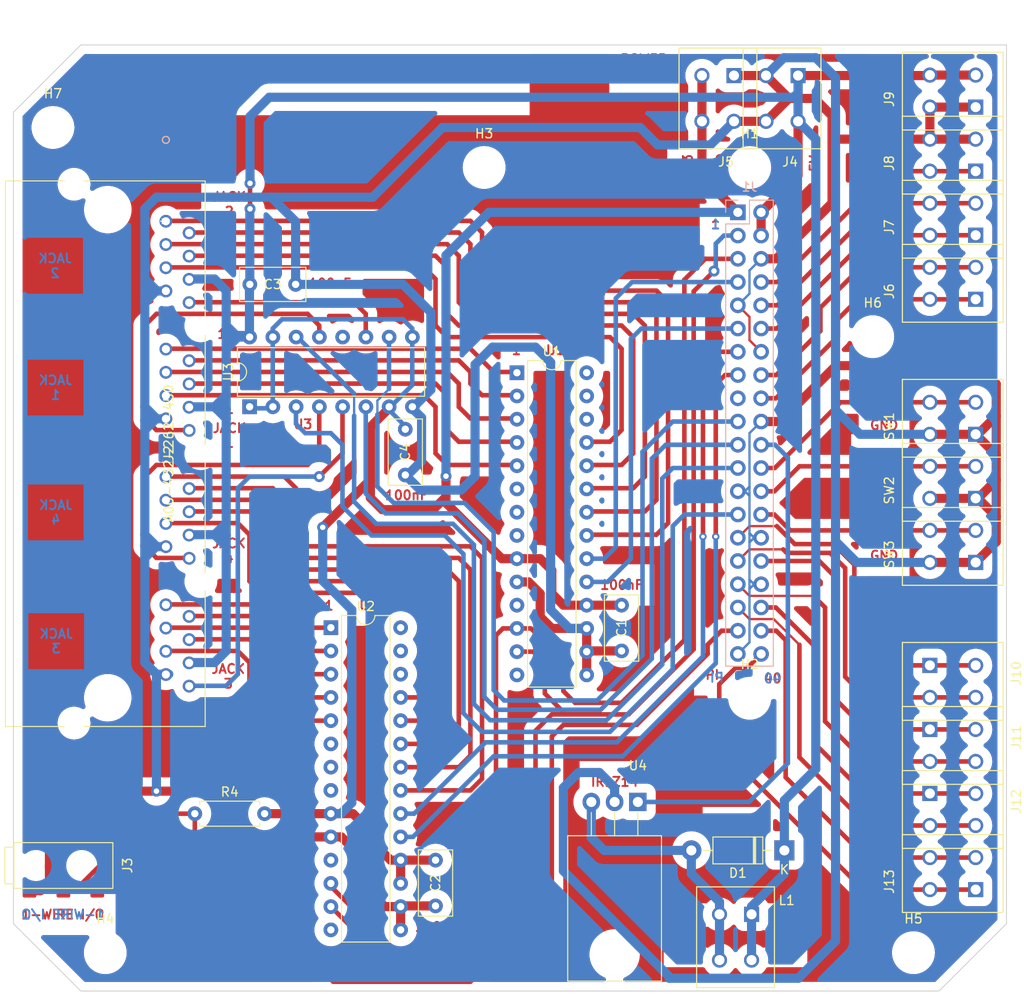
<source format=kicad_pcb>
(kicad_pcb (version 20211014) (generator pcbnew)
  (layers (0 "F.Cu" signal) (31 "B.Cu" signal) (34 "B.Paste" user) (35 "F.Paste" user) (36 "B.SilkS" user "B.Silkscreen") (37 "F.SilkS" user "F.Silkscreen") (38 "B.Mask" user) (39 "F.Mask" user) (44 "Edge.Cuts" user))
  (net 0 "")
  (net 1 "+3V3")
  (net 2 "Earth")
  (net 3 "+5V")
  (net 4 "Net-(D1-Pad2)")
  (net 5 "SDA")
  (net 6 "SCL")
  (net 7 "Int 1A")
  (net 8 "Card Beeper")
  (net 9 "Wiegand 0")
  (net 10 "Int 1B")
  (net 11 "Wiegand 1")
  (net 12 "Int 2A")
  (net 13 "Int 2B")
  (net 14 "Card RED")
  (net 15 "Card GRN")
  (net 16 "LED Sig1")
  (net 17 "LED Sig2")
  (net 18 "Latch")
  (net 19 "LED Sig3")
  (net 20 "Main Door")
  (net 21 "Serv Door")
  (net 22 "LED Sig4")
  (net 23 "Third Reed")
  (net 24 "EXT_GPIO5")
  (net 25 "EXT_GPIO6")
  (net 26 "EXT_GPIO12")
  (net 27 "EXT_GPIO13")
  (net 28 "EXT_GPIO19")
  (net 29 "EXT_GPIO16")
  (net 30 "1-Wire")
  (net 31 "EXT_GPIO20")
  (net 32 "EXT_GPIO21")
  (net 33 "PD_11")
  (net 34 "PD_12")
  (net 35 "PD_13")
  (net 36 "PD_14")
  (net 37 "PD_15")
  (net 38 "LED1 Out")
  (net 39 "PD_21")
  (net 40 "PD_22")
  (net 41 "PD_23")
  (net 42 "PD_24")
  (net 43 "PD_25")
  (net 44 "LED2 Out")
  (net 45 "PD_31")
  (net 46 "PD_32")
  (net 47 "PD_33")
  (net 48 "PD_34")
  (net 49 "PD_35")
  (net 50 "LED3 Out")
  (net 51 "PD_41")
  (net 52 "PD_42")
  (net 53 "PD_43")
  (net 54 "PD_44")
  (net 55 "PD_45")
  (net 56 "LED4 Out")
  (footprint "TerminalConn:PHOENIX_1862042" (layer "F.Cu") (at 152.25 92.75 90)
    (fp_text reference "SW2")
    (fp_text value "Serv Door Switch")
  )
  (footprint "Package_DIP:DIP-28_W7.62mm" (layer "F.Cu") (at 84.328 108.632)
    (fp_text reference "U2")
    (fp_text value "MCP23017_SP")
  )
  (footprint "QuadRJ45:A00-432-262-450" (layer "F.Cu") (at 66.310406 64.22 -90)
    (fp_text reference "J2")
    (fp_text value "A00-432-262-450")
  )
  (footprint "MountingHole:MountingHole_2.7mm_M2.5" (layer "F.Cu") (at 147.955 144.145)
    (fp_text reference "H5")
    (fp_text value "MountingHole")
  )
  (footprint "MountingHole:MountingHole_2.7mm_M2.5" (layer "F.Cu") (at 130.068 58.346)
    (fp_text reference "H1")
    (fp_text value "MountingHole")
  )
  (footprint "TerminalConn:PHOENIX_1862042" (layer "F.Cu") (at 152.25 121.5 -90)
    (fp_text reference "J11")
    (fp_text value "EXT_GPIO")
  )
  (footprint "TerminalConn:PHOENIX_1862042" (layer "F.Cu") (at 152.25 85.75 90)
    (fp_text reference "SW1")
    (fp_text value "Main Door Switch")
  )
  (footprint "Capacitor_THT:C_Rect_L7.0mm_W3.5mm_P5.00mm" (layer "F.Cu") (at 92.456 86.948 -90)
    (fp_text reference "C4")
    (fp_text value "100nF")
  )
  (footprint "TerminalConn:PHOENIX_1862042" (layer "F.Cu") (at 128.524 142.453 180)
    (fp_text reference "L1")
    (fp_text value "Lock Solenoid")
  )
  (footprint "Package_DIP:DIP-16_W7.62mm" (layer "F.Cu") (at 75.453 84.4958 90)
    (fp_text reference "U3")
    (fp_text value "CD40109BE")
  )
  (footprint "TerminalConn:PHOENIX_1862042" (layer "F.Cu") (at 133.604 50.8 180)
    (fp_text reference "J4")
    (fp_text value "5V")
  )
  (footprint "TerminalConn:PHOENIX_1862042" (layer "F.Cu") (at 152.25 114.5 -90)
    (fp_text reference "J10")
    (fp_text value "EXT_GPIO")
  )
  (footprint "MountingHole:MountingHole_2.7mm_M2.5" (layer "F.Cu") (at 53.975 53.975)
    (fp_text reference "H7")
    (fp_text value "MountingHole")
  )
  (footprint "TerminalConn:PHOENIX_1862042" (layer "F.Cu") (at 152.25 99.75 90)
    (fp_text reference "SW3")
    (fp_text value "Third Reed Switch")
  )
  (footprint "Capacitor_THT:C_Rect_L7.0mm_W3.5mm_P5.00mm" (layer "F.Cu") (at 95.758 134.032 -90)
    (fp_text reference "C2")
    (fp_text value "100nF")
  )
  (footprint "MountingHole:MountingHole_2.7mm_M2.5" (layer "F.Cu") (at 143.51 76.835)
    (fp_text reference "H6")
    (fp_text value "MountingHole")
  )
  (footprint "TerminalConn:PHOENIX_1862042" (layer "F.Cu") (at 152.25 128.5 -90)
    (fp_text reference "J12")
    (fp_text value "EXT_GPIO")
  )
  (footprint "TerminalConn:PHOENIX_1862042" (layer "F.Cu") (at 152.25 71 90)
    (fp_text reference "J6")
    (fp_text value "Card LED")
  )
  (footprint "Capacitor_THT:C_Rect_L7.0mm_W3.5mm_P5.00mm" (layer "F.Cu") (at 116.078 106.172 -90)
    (fp_text reference "C1")
    (fp_text value "100nF")
  )
  (footprint "TerminalConn:PHOENIX_1862042" (layer "F.Cu") (at 152.25 50 90)
    (fp_text reference "J9")
    (fp_text value "Card Power")
  )
  (footprint "TerminalConn:PHOENIX_1862042" (layer "F.Cu") (at 152.25 57 90)
    (fp_text reference "J8")
    (fp_text value "Beep")
  )
  (footprint "AudioJack:AudioJack4_6pad" (layer "F.Cu") (at 55.118 134.62 90)
    (fp_text reference "J3")
    (fp_text value "AudioJack4_SwitchTR1")
  )
  (footprint "MountingHole:MountingHole_2.7mm_M2.5" (layer "F.Cu") (at 59.69 144.145)
    (fp_text reference "H4")
    (fp_text value "MountingHole")
  )
  (footprint "MountingHole:MountingHole_2.7mm_M2.5" (layer "F.Cu") (at 130.068 116.346)
    (fp_text reference "H2")
    (fp_text value "MountingHole")
  )
  (footprint "Diode_THT:D_DO-41_SOD81_P10.16mm_Horizontal" (layer "F.Cu") (at 133.858 132.969 180)
    (fp_text reference "D1")
    (fp_text value "1N4007")
  )
  (footprint "Capacitor_THT:C_Rect_L7.0mm_W3.5mm_P5.00mm" (layer "F.Cu") (at 75.478 71.12)
    (fp_text reference "C3")
    (fp_text value "100nF")
  )
  (footprint "Package_DIP:DIP-28_W7.62mm" (layer "F.Cu") (at 104.648 80.772)
    (fp_text reference "U1")
    (fp_text value "MCP23017_SP")
  )
  (footprint "Package_TO_SOT_THT:TO-220-3_Horizontal_TabDown" (layer "F.Cu") (at 117.856 127.676 180)
    (fp_text reference "U4")
    (fp_text value "IRLZ14PBF")
  )
  (footprint "TerminalConn:PHOENIX_1862042" (layer "F.Cu") (at 152.249998 64 90)
    (fp_text reference "J7")
    (fp_text value "Wiegand")
  )
  (footprint "MountingHole:MountingHole_2.7mm_M2.5" (layer "F.Cu") (at 101.068 58.346)
    (fp_text reference "H3")
    (fp_text value "MountingHole")
  )
  (footprint "TerminalConn:PHOENIX_1862042" (layer "F.Cu") (at 152.25 135.5 90)
    (fp_text reference "J13")
    (fp_text value "EXT_GPIO")
  )
  (footprint "TerminalConn:PHOENIX_1862042" (layer "F.Cu") (at 126.604 50.8 180)
    (fp_text reference "J5")
    (fp_text value "3.3V")
  )
  (footprint "Resistor_THT:R_Axial_DIN0207_L6.3mm_D2.5mm_P7.62mm_Horizontal" (layer "F.Cu") (at 69.469 128.9558)
    (fp_text reference "R4")
    (fp_text value "4.7k")
  )
  (footprint "Connector_PinSocket_2.54mm:PinSocket_2x20_P2.54mm_Vertical" (layer "B.Cu") (at 128.778 63.246 180)
    (fp_text reference "J1")
    (fp_text value "Raspberry_Pi_2_3")
  )
  (gr_line (start 57.023 148.336) (end 49.657 140.97) (layer "Edge.Cuts") (width 0.1))
  (gr_line (start 158.115 140.97) (end 150.749 148.336) (layer "Edge.Cuts") (width 0.1))
  (gr_line (start 57.023 44.958) (end 134.747 44.958) (layer "Edge.Cuts") (width 0.1))
  (gr_line (start 134.747 44.958) (end 158.115 44.958) (layer "Edge.Cuts") (width 0.1))
  (gr_line (start 158.115 140.97) (end 158.115 44.958) (layer "Edge.Cuts") (width 0.1))
  (gr_line (start 49.657 140.97) (end 49.657 52.324) (layer "Edge.Cuts") (width 0.1))
  (gr_line (start 57.023 44.958) (end 49.657 52.324) (layer "Edge.Cuts") (width 0.1))
  (gr_line (start 150.749 148.336) (end 57.023 148.336) (layer "Edge.Cuts") (width 0.1))
  (gr_text "1" (at 104.5972 78.3082) (layer "F.Cu") (effects (font (size 1 1) (thickness 0.2))))
  (gr_text "1" (at 126.3396 64.5668) (layer "F.Cu") (effects (font (size 1 1) (thickness 0.2))))
  (gr_text "GRN" (at 144.25 71.75) (layer "F.Cu") (effects (font (size 1 1) (thickness 0.2))))
  (gr_text "SATS PCB REV 1 - MATTHEW HAAHR & ALEXANDER HAYDEN\nMARCH 2023\nWPI LENS & LIGHTS" (at 59.6392 48.768) (layer "F.Cu") (effects (font (size 1 1) (thickness 0.2)) (justify left)))
  (gr_text "IO20" (at 144.5 132.75) (layer "F.Cu") (effects (font (size 1 1) (thickness 0.2))))
  (gr_text "U3" (at 81.28 86.4108) (layer "F.Cu") (effects (font (size 1 1) (thickness 0.2))))
  (gr_text "GND" (at 144.75 93.5) (layer "F.Cu") (effects (font (size 1 1) (thickness 0.2))))
  (gr_text "3V3" (at 123.317 58.293 90) (layer "F.Cu") (effects (font (size 1 1) (thickness 0.2))))
  (gr_text "IO21" (at 144.5 136.25) (layer "F.Cu") (effects (font (size 1 1) (thickness 0.2))))
  (gr_text "RED" (at 144.5 68.25) (layer "F.Cu") (effects (font (size 1 1) (thickness 0.2))))
  (gr_text "GND" (at 144.75 100.75) (layer "F.Cu") (effects (font (size 1 1) (thickness 0.2))))
  (gr_text "GND" (at 144.75 50.5) (layer "F.Cu") (effects (font (size 1 1) (thickness 0.2))))
  (gr_text "28" (at 92.1512 106.172) (layer "F.Cu") (effects (font (size 1 1) (thickness 0.2))))
  (gr_text "BEEP" (at 144.25 57.75) (layer "F.Cu") (effects (font (size 1 1) (thickness 0.2))))
  (gr_text "JACK\n1" (at 73.2536 87.63) (layer "F.Cu") (effects (font (size 1 1) (thickness 0.2))))
  (gr_text "1-WIRE I/O" (at 55.0672 139.9794) (layer "F.Cu") (effects (font (size 1 1) (thickness 0.2))))
  (gr_text "W1" (at 144.5 64.75) (layer "F.Cu") (effects (font (size 1 1) (thickness 0.2))))
  (gr_text "GND" (at 144.75 54.102) (layer "F.Cu") (effects (font (size 1 1) (thickness 0.2))))
  (gr_text "GND" (at 144.75 86.5) (layer "F.Cu") (effects (font (size 1 1) (thickness 0.2))))
  (gr_text "5V" (at 145.25 47.25) (layer "F.Cu") (effects (font (size 1 1) (thickness 0.2))))
  (gr_text "5V" (at 137.16 57.912 90) (layer "F.Cu") (effects (font (size 1 1) (thickness 0.2))))
  (gr_text "GND" (at 127 58.293 90) (layer "F.Cu") (effects (font (size 1 1) (thickness 0.2))))
  (gr_text "40" (at 132.588 114.173) (layer "F.Cu") (effects (font (size 1 1) (thickness 0.2))))
  (gr_text "DOOR" (at 144.25 83) (layer "F.Cu") (effects (font (size 1 1) (thickness 0.2))))
  (gr_text "16" (at 72.898 76.5302) (layer "F.Cu") (effects (font (size 1 1) (thickness 0.2))))
  (gr_text "28" (at 112.5474 78.3082) (layer "F.Cu") (effects (font (size 1 1) (thickness 0.2))))
  (gr_text "PI" (at 125.984 113.792) (layer "F.Cu") (effects (font (size 1 1) (thickness 0.2))))
  (gr_text "IO05" (at 144.5 111.75) (layer "F.Cu") (effects (font (size 1 1) (thickness 0.2))))
  (gr_text "100nF" (at 92.583 94.1578) (layer "F.Cu") (effects (font (size 1 1) (thickness 0.2))))
  (gr_text "1" (at 84.1248 106.2228) (layer "F.Cu") (effects (font (size 1 1) (thickness 0.2))))
  (gr_text "IO12" (at 144.5 118.75) (layer "F.Cu") (effects (font (size 1 1) (thickness 0.2))))
  (gr_text "POWER\nIN" (at 121.1834 47.3202) (layer "F.Cu") (effects (font (size 1 1) (thickness 0.2)) (justify right)))
  (gr_text "GND" (at 133.096 58.293 90) (layer "F.Cu") (effects (font (size 1 1) (thickness 0.2))))
  (gr_text "1" (at 73.2536 84.7344) (layer "F.Cu") (effects (font (size 1 1) (thickness 0.2))))
  (gr_text "SERV" (at 144.25 89.75) (layer "F.Cu") (effects (font (size 1 1) (thickness 0.2))))
  (gr_text "D1 ->" (at 128.778 130.4798) (layer "F.Cu") (effects (font (size 1 1) (thickness 0.2))))
  (gr_text "IRLZ14" (at 115.316 125.476) (layer "F.Cu") (effects (font (size 1 1) (thickness 0.2))))
  (gr_text "U1" (at 108.839 78.3082) (layer "F.Cu") (effects (font (size 1 1) (thickness 0.2))))
  (gr_text "4.7K" (at 74.0918 126.492) (layer "F.Cu") (effects (font (size 1 1) (thickness 0.2))))
  (gr_text "100nF" (at 95.8342 141.3256) (layer "F.Cu") (effects (font (size 1 1) (thickness 0.2))))
  (gr_text "W0" (at 144.5 61.25) (layer "F.Cu") (effects (font (size 1 1) (thickness 0.2))))
  (gr_text "JACK\n4" (at 73.2028 100.2284) (layer "F.Cu") (effects (font (size 1 1) (thickness 0.2))))
  (gr_text "IO19" (at 144.5 129.25) (layer "F.Cu") (effects (font (size 1 1) (thickness 0.2))))
  (gr_text "IO13" (at 144.5 122) (layer "F.Cu") (effects (font (size 1 1) (thickness 0.2))))
  (gr_text "JACK\n2" (at 73.2282 62.357) (layer "F.Cu") (effects (font (size 1 1) (thickness 0.2))))
  (gr_text "LATCH" (at 134.112 142.24 90) (layer "F.Cu") (effects (font (size 1 1) (thickness 0.2))))
  (gr_text "IO16" (at 144.5 125.75) (layer "F.Cu") (effects (font (size 1 1) (thickness 0.2))))
  (gr_text "U2" (at 88.4428 106.172) (layer "F.Cu") (effects (font (size 1 1) (thickness 0.2))))
  (gr_text "100nF" (at 84.2264 71.0184) (layer "F.Cu") (effects (font (size 1 1) (thickness 0.2))))
  (gr_text "100nF" (at 116.078 103.9622) (layer "F.Cu") (effects (font (size 1 1) (thickness 0.2))))
  (gr_text "LATCH" (at 122.936 142.24 90) (layer "F.Cu") (effects (font (size 1 1) (thickness 0.2))))
  (gr_text "3RD" (at 144.75 97) (layer "F.Cu") (effects (font (size 1 1) (thickness 0.2))))
  (gr_text "IO06" (at 144.5 115.25) (layer "F.Cu") (effects (font (size 1 1) (thickness 0.2))))
  (gr_text "JACK\n3" (at 73.1266 113.9444) (layer "F.Cu") (effects (font (size 1 1) (thickness 0.2))))
  (gr_text "JACK\n1" (at 54.2544 82.3976) (layer "B.Cu") (effects (font (size 1 1) (thickness 0.2)) (justify mirror)))
  (gr_text "40" (at 132.588 114.173) (layer "B.Cu") (effects (font (size 1 1) (thickness 0.2)) (justify mirror)))
  (gr_text "JACK\n3\n" (at 54.3306 110.109) (layer "B.Cu") (effects (font (size 1 1) (thickness 0.2)) (justify mirror)))
  (gr_text "JACK\n4" (at 54.2798 96.0374) (layer "B.Cu") (effects (font (size 1 1) (thickness 0.2)) (justify mirror)))
  (gr_text "1-WIRE I/O" (at 55.0672 139.9794) (layer "B.Cu") (effects (font (size 1 1) (thickness 0.2)) (justify mirror)))
  (gr_text "PI" (at 126.492 114.0968) (layer "B.Cu") (effects (font (size 1 1) (thickness 0.2)) (justify mirror)))
  (gr_text "1" (at 126.3396 64.5668) (layer "B.Cu") (effects (font (size 1 1) (thickness 0.2)) (justify mirror)))
  (gr_text "JACK\n2" (at 54.2036 69.088) (layer "B.Cu") (effects (font (size 1 1) (thickness 0.2)) (justify mirror)))
  (segment (start 102.997 101.092) (end 104.648 101.092) (width 1) (layer "F.Cu") (net 1))
  (segment (start 88.646 92.583) (end 88.646 94.4372) (width 1) (layer "F.Cu") (net 1))
  (segment (start 91.948 134.032) (end 95.758 134.032) (width 1) (layer "F.Cu") (net 1))
  (segment (start 88.646 86.694) (end 90.678 84.662) (width 1) (layer "F.Cu") (net 1))
  (segment (start 88.646 92.583) (end 88.519 92.583) (width 1) (layer "F.Cu") (net 1))
  (segment (start 108.458 102.362) (end 108.458 104.902) (width 1) (layer "F.Cu") (net 1))
  (segment (start 96.901 94.996) (end 102.997 101.092) (width 1) (layer "F.Cu") (net 1))
  (segment (start 86.7403 128.952) (end 84.328 128.952) (width 1) (layer "F.Cu") (net 1))
  (segment (start 91.948 136.572) (end 91.948 134.032) (width 1) (layer "F.Cu") (net 1))
  (segment (start 96.901 93.5482) (end 96.901 94.996) (width 1) (layer "F.Cu") (net 1))
  (segment (start 109.728 106.172) (end 112.268 106.172) (width 1) (layer "F.Cu") (net 1))
  (segment (start 96.901 92.075) (end 96.901 93.5482) (width 1) (layer "F.Cu") (net 1))
  (segment (start 124.854 53.3) (end 124.854 59.322) (width 1) (layer "F.Cu") (net 1))
  (segment (start 88.646 94.4372) (end 89.9414 95.7326) (width 1) (layer "F.Cu") (net 1))
  (segment (start 108.458 104.902) (end 109.728 106.172) (width 1) (layer "F.Cu") (net 1))
  (segment (start 91.948 134.032) (end 90.852 134.032) (width 1) (layer "F.Cu") (net 1))
  (segment (start 77.089 128.9558) (end 84.3242 128.9558) (width 1) (layer "F.Cu") (net 1))
  (segment (start 89.535 132.715) (end 89.535 131.7467) (width 1) (layer "F.Cu") (net 1))
  (segment (start 88.519 92.583) (end 83.439 97.663) (width 1) (layer "F.Cu") (net 1))
  (segment (start 96.901 94.3356) (end 96.901 93.5482) (width 1) (layer "F.Cu") (net 1))
  (segment (start 89.9414 95.7326) (end 95.504 95.7326) (width 1) (layer "F.Cu") (net 1))
  (segment (start 84.3242 128.9558) (end 84.328 128.952) (width 0.5) (layer "F.Cu") (net 1))
  (segment (start 107.188 101.092) (end 108.458 102.362) (width 1) (layer "F.Cu") (net 1))
  (segment (start 107.188 101.092) (end 104.648 101.092) (width 1) (layer "F.Cu") (net 1))
  (segment (start 95.504 95.7326) (end 96.901 94.3356) (width 1) (layer "F.Cu") (net 1))
  (segment (start 90.852 134.032) (end 89.535 132.715) (width 1) (layer "F.Cu") (net 1))
  (segment (start 124.854 59.322) (end 128.778 63.246) (width 1) (layer "F.Cu") (net 1))
  (segment (start 88.646 92.583) (end 88.646 86.694) (width 1) (layer "F.Cu") (net 1))
  (segment (start 89.535 131.7467) (end 86.7403 128.952) (width 1) (layer "F.Cu") (net 1))
  (segment (start 112.268 106.172) (end 116.078 106.172) (width 1) (layer "F.Cu") (net 1))
  (segment (start 124.854 53.3) (end 124.854 48.3) (width 1) (layer "F.Cu") (net 1))
  (via (at 83.439 97.663) (size 1.2) (drill 0.6) (layers "F.Cu" "B.Cu") (net 1))
  (via (at 96.901 92.075) (size 1.2) (drill 0.6) (layers "F.Cu" "B.Cu") (net 1))
  (segment (start 93.218 76.722) (end 93.218 82.122) (width 0.5) (layer "B.Cu") (net 1))
  (segment (start 78.994 74.93) (end 77.978 75.946) (width 0.5) (layer "B.Cu") (net 1))
  (segment (start 92.202 74.93) (end 78.994 74.93) (width 0.5) (layer "B.Cu") (net 1))
  (segment (start 101.6 63.246) (end 100.584 64.262) (width 1) (layer "B.Cu") (net 1))
  (segment (start 86.614 106.68) (end 86.614 127.762) (width 1) (layer "B.Cu") (net 1))
  (segment (start 77.978 75.946) (end 77.978 76.722) (width 0.5) (layer "B.Cu") (net 1))
  (segment (start 75.438 84.662) (end 77.978 84.662) (width 0.5) (layer "B.Cu") (net 1))
  (segment (start 93.218 82.122) (end 90.678 84.662) (width 0.5) (layer "B.Cu") (net 1))
  (segment (start 128.778 63.246) (end 101.6 63.246) (width 1) (layer "B.Cu") (net 1))
  (segment (start 93.218 76.722) (end 93.218 75.946) (width 0.5) (layer "B.Cu") (net 1))
  (segment (start 92.456 86.614) (end 90.678 84.836) (width 0.5) (layer "B.Cu") (net 1))
  (segment (start 85.424 128.952) (end 84.328 128.952) (width 1) (layer "B.Cu") (net 1))
  (segment (start 83.439 103.505) (end 86.614 106.68) (width 1) (layer "B.Cu") (net 1))
  (segment (start 83.439 97.663) (end 83.439 103.505) (width 1) (layer "B.Cu") (net 1))
  (segment (start 100.584 64.262) (end 96.901 67.945) (width 1) (layer "B.Cu") (net 1))
  (segment (start 92.456 86.948) (end 92.456 86.614) (width 0.5) (layer "B.Cu") (net 1))
  (segment (start 96.901 67.945) (end 96.901 92.075) (width 1) (layer "B.Cu") (net 1))
  (segment (start 86.614 127.762) (end 85.424 128.952) (width 1) (layer "B.Cu") (net 1))
  (segment (start 93.218 75.946) (end 92.202 74.93) (width 0.5) (layer "B.Cu") (net 1))
  (segment (start 77.978 84.662) (end 77.978 76.722) (width 0.5) (layer "B.Cu") (net 1))
  (segment (start 90.678 84.836) (end 90.678 84.662) (width 0.5) (layer "B.Cu") (net 1))
  (segment (start 154.75 101.5) (end 157 99.25) (width 1) (layer "F.Cu") (net 2))
  (segment (start 139.065 54.935) (end 139.065 52.705) (width 1) (layer "F.Cu") (net 2))
  (segment (start 157 85.5) (end 157 89.75) (width 1) (layer "F.Cu") (net 2))
  (segment (start 130.048 77.216) (end 131.318 78.486) (width 0.25) (layer "F.Cu") (net 2))
  (segment (start 157 99.25) (end 157 96.5) (width 1) (layer "F.Cu") (net 2))
  (segment (start 90.217 139.112) (end 87.63 136.525) (width 1) (layer "F.Cu") (net 2))
  (segment (start 149.75 94.5) (end 154.75 94.5) (width 1) (layer "F.Cu") (net 2))
  (segment (start 137.16 50.8) (end 134.354 50.8) (width 1) (layer "F.Cu") (net 2))
  (segment (start 112.268 108.712) (end 112.268 113.792) (width 1) (layer "F.Cu") (net 2))
  (segment (start 128.778 73.406) (end 130.048 74.676) (width 0.25) (layer "F.Cu") (net 2))
  (segment (start 155 87.5) (end 157 85.5) (width 1) (layer "F.Cu") (net 2))
  (segment (start 92.028 139.032) (end 91.948 139.112) (width 1) (layer "F.Cu") (net 2))
  (segment (start 149.75 51.75) (end 149.75 55.25) (width 1) (layer "F.Cu") (net 2))
  (segment (start 55.118 128.016) (end 56.642 126.492) (width 1) (layer "F.Cu") (net 2))
  (segment (start 149.75 101.5) (end 154.75 101.5) (width 1) (layer "F.Cu") (net 2))
  (segment (start 157 92.5) (end 157 89.75) (width 1) (layer "F.Cu") (net 2))
  (segment (start 55.118 133.096) (end 53.594 134.62) (width 1) (layer "F.Cu") (net 2))
  (segment (start 53.594 134.62) (end 53.594 134.874) (width 1) (layer "F.Cu") (net 2))
  (segment (start 131.318 86.106) (end 133.394 86.106) (width 1) (layer "F.Cu") (net 2))
  (segment (start 85.4703 131.492) (end 84.328 131.492) (width 1) (layer "F.Cu") (net 2))
  (segment (start 149.75 55.25) (end 154.75 55.25) (width 1) (layer "F.Cu") (net 2))
  (segment (start 130.048 74.676) (end 130.048 77.216) (width 0.25) (layer "F.Cu") (net 2))
  (segment (start 75.993 131.492) (end 84.328 131.492) (width 1) (layer "F.Cu") (net 2))
  (segment (start 52.876 131.87) (end 53.594 132.588) (width 1) (layer "F.Cu") (net 2))
  (segment (start 149.75 51.75) (end 154.75 51.75) (width 1) (layer "F.Cu") (net 2))
  (segment (start 51.418 131.87) (end 52.876 131.87) (width 1) (layer "F.Cu") (net 2))
  (segment (start 107.188 107.442) (end 108.458 108.712) (width 1) (layer "F.Cu") (net 2))
  (segment (start 149.75 87.5) (end 154.75 87.5) (width 1) (layer "F.Cu") (net 2))
  (segment (start 91.948 139.112) (end 90.217 139.112) (width 1) (layer "F.Cu") (net 2))
  (segment (start 51.418 137.37) (end 52.622 137.37) (width 1) (layer "F.Cu") (net 2))
  (segment (start 155 94.5) (end 157 96.5) (width 1) (layer "F.Cu") (net 2))
  (segment (start 154.75 87.5) (end 155 87.5) (width 1) (layer "F.Cu") (net 2))
  (segment (start 112.348 111.172) (end 112.268 111.252) (width 0.5) (layer "F.Cu") (net 2))
  (segment (start 155 94.5) (end 157 92.5) (width 1) (layer "F.Cu") (net 2))
  (segment (start 155 80) (end 157 82) (width 1) (layer "F.Cu") (net 2))
  (segment (start 139.065 52.705) (end 137.16 50.8) (width 1) (layer "F.Cu") (net 2))
  (segment (start 134.354 50.8) (end 131.854 53.3) (width 1) (layer "F.Cu") (net 2))
  (segment (start 105.918 103.632) (end 104.648 103.632) (width 1) (layer "F.Cu") (net 2))
  (segment (start 157 82) (end 157 85.5) (width 1) (layer "F.Cu") (net 2))
  (segment (start 133.394 86.106) (end 139.5 80) (width 1) (layer "F.Cu") (net 2))
  (segment (start 53.594 136.398) (end 53.594 134.874) (width 1) (layer "F.Cu") (net 2))
  (segment (start 139.065 62.23) (end 132.969 68.326) (width 1) (layer "F.Cu") (net 2))
  (segment (start 131.854 53.3) (end 128.354 53.3) (width 1) (layer "F.Cu") (net 2))
  (segment (start 105.918 103.632) (end 107.188 104.902) (width 1) (layer "F.Cu") (net 2))
  (segment (start 154.75 94.5) (end 155 94.5) (width 1) (layer "F.Cu") (net 2))
  (segment (start 95.758 139.032) (end 92.028 139.032) (width 1) (layer "F.Cu") (net 2))
  (segment (start 56.642 126.492) (end 65.278 126.492) (width 1) (layer "F.Cu") (net 2))
  (segment (start 107.188 104.902) (end 107.188 107.442) (width 1) (layer "F.Cu") (net 2))
  (segment (start 70.993 126.492) (end 75.993 131.492) (width 1) (layer "F.Cu") (net 2))
  (segment (start 134.354 50.8) (end 131.854 48.3) (width 1) (layer "F.Cu") (net 2))
  (segment (start 53.594 132.588) (end 53.594 134.874) (width 1) (layer "F.Cu") (net 2))
  (segment (start 55.118 133.096) (end 55.118 131.87) (width 1) (layer "F.Cu") (net 2))
  (segment (start 139.38 55.25) (end 139.065 54.935) (width 1) (layer "F.Cu") (net 2))
  (segment (start 157 89.75) (end 154.75 87.5) (width 1) (layer "F.Cu") (net 2))
  (segment (start 55.118 131.87) (end 55.118 128.016) (width 1) (layer "F.Cu") (net 2))
  (segment (start 87.63 136.525) (end 87.63 133.6517) (width 1) (layer "F.Cu") (net 2))
  (segment (start 139.5 80) (end 155 80) (width 1) (layer "F.Cu") (net 2))
  (segment (start 52.622 137.37) (end 53.594 136.398) (width 1) (layer "F.Cu") (net 2))
  (segment (start 149.75 55.25) (end 139.38 55.25) (width 1) (layer "F.Cu") (net 2))
  (segment (start 132.969 68.326) (end 131.318 68.326) (width 1) (layer "F.Cu") (net 2))
  (segment (start 108.458 108.712) (end 112.268 108.712) (width 1) (layer "F.Cu") (net 2))
  (segment (start 128.354 48.3) (end 131.854 48.3) (width 1) (layer "F.Cu") (net 2))
  (segment (start 91.948 141.652) (end 91.948 139.112) (width 1) (layer "F.Cu") (net 2))
  (segment (start 87.63 133.6517) (end 85.4703 131.492) (width 1) (layer "F.Cu") (net 2))
  (segment (start 157 96.5) (end 157 92.5) (width 1) (layer "F.Cu") (net 2))
  (segment (start 116.078 111.172) (end 112.348 111.172) (width 1) (layer "F.Cu") (net 2))
  (segment (start 139.065 54.935) (end 139.065 62.23) (width 1) (layer "F.Cu") (net 2))
  (segment (start 65.278 126.492) (end 70.993 126.492) (width 1) (layer "F.Cu") (net 2))
  (via (at 65.278 126.492) (size 1.2) (drill 0.6) (layers "F.Cu" "B.Cu") (net 2))
  (segment (start 139.446 142.875) (end 135.382 146.939) (width 1) (layer "B.Cu") (net 2))
  (segment (start 137.287 46.355) (end 139.446 48.514) (width 1) (layer "B.Cu") (net 2))
  (segment (start 64.008 84.502) (end 64.008 73.072) (width 1) (layer "B.Cu") (net 2))
  (segment (start 130.048 72.136) (end 130.048 69.596) (width 0.25) (layer "B.Cu") (net 2))
  (segment (start 115.316 126.111) (end 115.316 127.676) (width 1) (layer "B.Cu") (net 2))
  (segment (start 92.202 71.12) (end 80.478 71.12) (width 1) (layer "B.Cu") (net 2))
  (segment (start 131.318 103.886) (end 130.556 103.886) (width 0.25) (layer "B.Cu") (net 2))
  (segment (start 131.318 86.106) (end 130.048 87.376) (width 0.25) (layer "B.Cu") (net 2))
  (segment (start 93.218 84.662) (end 95.25 82.63) (width 1) (layer "B.Cu") (net 2))
  (segment (start 130.556 98.806) (end 130.048 99.314) (width 0.25) (layer "B.Cu") (net 2))
  (segment (start 98.552 93.599) (end 94.107 93.599) (width 1) (layer "B.Cu") (net 2))
  (segment (start 64.008 62.865) (end 65.278 61.595) (width 1) (layer "B.Cu") (net 2))
  (segment (start 111.379 124.46) (end 113.665 124.46) (width 1) (layer "B.Cu") (net 2))
  (segment (start 125.774 55.88) (end 128.354 53.3) (width 1) (layer "B.Cu") (net 2))
  (segment (start 94.234 90.424) (end 92.71 91.948) (width 1) (layer "B.Cu") (net 2))
  (segment (start 121.285 146.769464) (end 109.728 135.212464) (width 1) (layer "B.Cu") (net 2))
  (segment (start 141.759 101.5) (end 139.446 99.187) (width 1) (layer "B.Cu") (net 2))
  (segment (start 65.278 99.742) (end 64.008 98.472) (width 1) (layer "B.Cu") (net 2))
  (segment (start 130.048 98.298) (end 130.048 99.314) (width 0.25) (layer "B.Cu") (net 2))
  (segment (start 128.778 73.406) (end 130.048 72.136) (width 0.25) (layer "B.Cu") (net 2))
  (segment (start 100.076 92.075) (end 98.552 93.599) (width 1) (layer "B.Cu") (net 2))
  (segment (start 96.52 53.975) (end 118.11 53.975) (width 1) (layer "B.Cu") (net 2))
  (segment (start 113.665 124.46) (end 115.316 126.111) (width 1) (layer "B.Cu") (net 2))
  (segment (start 130.048 93.218) (end 130.048 94.234) (width 0.25) (layer "B.Cu") (net 2))
  (segment (start 64.008 101.012) (end 64.008 99.695) (width 1) (layer "B.Cu") (net 2))
  (segment (start 65.278 71.7804) (end 64.008 70.5104) (width 1) (layer "B.Cu") (net 2))
  (segment (start 100.076 79.883) (end 100.076 92.075) (width 1) (layer "B.Cu") (net 2))
  (segment (start 139.446 84.836) (end 139.446 99.187) (width 1) (layer "B.Cu") (net 2))
  (segment (start 65.278 85.772) (end 64.008 87.042) (width 1) (layer "B.Cu") (net 2))
  (segment (start 130.556 103.886) (end 130.048 104.394) (width 0.25) (layer "B.Cu") (net 2))
  (segment (start 65.316 71.84) (end 65.278 71.802) (width 1) (layer "B.Cu") (net 2))
  (segment (start 94.107 93.599) (end 92.456 91.948) (width 1) (layer "B.Cu") (net 2))
  (segment (start 130.048 103.378) (end 130.048 104.394) (width 0.25) (layer "B.Cu") (net 2))
  (segment (start 93.218 84.662) (end 94.234 85.678) (width 1) (layer "B.Cu") (net 2))
  (segment (start 64.008 98.472) (end 64.008 87.042) (width 1) (layer "B.Cu") (net 2))
  (segment (start 110.363 108.712) (end 108.331 106.68) (width 1) (layer "B.Cu") (net 2))
  (segment (start 139.446 99.187) (end 139.446 142.875) (width 1) (layer "B.Cu") (net 2))
  (segment (start 64.008 99.695) (end 64.008 98.472) (width 1) (layer "B.Cu") (net 2))
  (segment (start 135.382 146.939) (end 121.285 146.939) (width 1) (layer "B.Cu") (net 2))
  (segment (start 109.728 135.212464) (end 109.728 126.111) (width 1) (layer "B.Cu") (net 2))
  (segment (start 128.778 93.726) (end 129.54 93.726) (width 0.25) (layer "B.Cu") (net 2))
  (segment (start 64.008 87.042) (end 64.008 85.979) (width 1) (layer "B.Cu") (net 2))
  (segment (start 108.331 106.68) (end 108.331 79.629) (width 1) (layer "B.Cu") (net 2))
  (segment (start 66.628406 113.712) (end 65.278 113.712) (width 1) (layer "B.Cu") (net 2))
  (segment (start 80.478 64.2474) (end 80.478 71.12) (width 1) (layer "B.Cu") (net 2))
  (segment (start 94.234 85.678) (end 94.234 90.424) (width 1) (layer "B.Cu") (net 2))
  (segment (start 64.008 85.979) (end 64.008 84.502) (width 1) (layer "B.Cu") (net 2))
  (segment (start 129.54 93.726) (end 130.048 93.218) (width 0.25) (layer "B.Cu") (net 2))
  (segment (start 130.556 98.806) (end 130.048 98.298) (width 0.25) (layer "B.Cu") (net 2))
  (segment (start 65.278 61.595) (end 77.8256 61.595) (width 1) (layer "B.Cu") (net 2))
  (segment (start 64.177 85.81) (end 66.310406 85.81) (width 1) (layer "B.Cu") (net 2))
  (segment (start 66.310406 71.84) (end 65.316 71.84) (width 1) (layer "B.Cu") (net 2))
  (segment (start 64.093 99.78) (end 66.310406 99.78) (width 1) (layer "B.Cu") (net 2))
  (segment (start 64.008 73.072) (end 64.008 71.882) (width 1) (layer "B.Cu") (net 2))
  (segment (start 133.799 46.355) (end 137.287 46.355) (width 1) (layer "B.Cu") (net 2))
  (segment (start 131.318 98.806) (end 130.556 98.806) (width 0.25) (layer "B.Cu") (net 2))
  (segment (start 65.278 99.742) (end 64.008 101.012) (width 1) (layer "B.Cu") (net 2))
  (segment (start 149.75 101.5) (end 141.759 101.5) (width 1) (layer "B.Cu") (net 2))
  (segment (start 65.198 71.882) (end 65.278 71.802) (width 1) (layer "B.Cu") (net 2))
  (segment (start 65.278 113.712) (end 64.008 112.442) (width 1) (layer "B.Cu") (net 2))
  (segment (start 95.25 74.168) (end 92.202 71.12) (width 1) (layer "B.Cu") (net 2))
  (segment (start 112.268 108.712) (end 110.363 108.712) (width 1) (layer "B.Cu") (net 2))
  (segment (start 95.25 82.63) (end 95.25 74.168) (width 1) (layer "B.Cu") (net 2))
  (segment (start 64.008 71.882) (end 64.008 62.865) (width 1) (layer "B.Cu") (net 2))
  (segment (start 130.048 94.234) (end 130.048 98.298) (width 0.25) (layer "B.Cu") (net 2))
  (segment (start 101.981 77.978) (end 100.076 79.883) (width 1) (layer "B.Cu") (net 2))
  (segment (start 109.728 126.111) (end 111.379 124.46) (width 1) (layer "B.Cu") (net 2))
  (segment (start 120.015 55.88) (end 125.774 55.88) (width 1) (layer "B.Cu") (net 2))
  (segment (start 108.331 79.629) (end 106.68 77.978) (width 1) (layer "B.Cu") (net 2))
  (segment (start 77.8256 61.595) (end 80.478 64.2474) (width 1) (layer "B.Cu") (net 2))
  (segment (start 142.11 87.5) (end 139.446 84.836) (width 1) (layer "B.Cu") (net 2))
  (segment (start 92.71 91.948) (end 92.456 91.948) (width 1) (layer "B.Cu") (net 2))
  (segment (start 64.008 99.695) (end 64.093 99.78) (width 1) (layer "B.Cu") (net 2))
  (segment (start 106.68 77.978) (end 101.981 77.978) (width 1) (layer "B.Cu") (net 2))
  (segment (start 129.54 93.726) (end 130.048 94.234) (width 0.25) (layer "B.Cu") (net 2))
  (segment (start 130.048 110.236) (end 128.778 111.506) (width 0.25) (layer "B.Cu") (net 2))
  (segment (start 131.854 48.3) (end 133.799 46.355) (width 1) (layer "B.Cu") (net 2))
  (segment (start 64.008 71.882) (end 65.198 71.882) (width 1) (layer "B.Cu") (net 2))
  (segment (start 130.048 104.394) (end 130.048 110.236) (width 0.25) (layer "B.Cu") (net 2))
  (segment (start 64.008 73.072) (end 65.278 71.802) (width 1) (layer "B.Cu") (net 2))
  (segment (start 130.048 87.376) (end 130.048 93.218) (width 0.25) (layer "B.Cu") (net 2))
  (segment (start 121.285 146.939) (end 121.285 146.769464) (width 1) (layer "B.Cu") (net 2))
  (segment (start 64.008 112.442) (end 64.008 101.012) (width 1) (layer "B.Cu") (net 2))
  (segment (start 149.75 87.5) (end 142.11 87.5) (width 1) (layer "B.Cu") (net 2))
  (segment (start 130.048 99.314) (end 130.048 102.616) (width 0.25) (layer "B.Cu") (net 2))
  (segment (start 64.008 85.979) (end 64.177 85.81) (width 1) (layer "B.Cu") (net 2))
  (segment (start 139.446 48.514) (end 139.446 84.836) (width 1) (layer "B.Cu") (net 2))
  (segment (start 65.278 85.772) (end 64.008 84.502) (width 1) (layer "B.Cu") (net 2))
  (segment (start 130.556 103.886) (end 130.048 103.378) (width 0.25) (layer "B.Cu") (net 2))
  (segment (start 130.048 69.596) (end 131.318 68.326) (width 0.25) (layer "B.Cu") (net 2))
  (segment (start 88.9 61.595) (end 96.52 53.975) (width 1) (layer "B.Cu") (net 2))
  (segment (start 118.11 53.975) (end 120.015 55.88) (width 1) (layer "B.Cu") (net 2))
  (segment (start 77.8256 61.595) (end 88.9 61.595) (width 1) (layer "B.Cu") (net 2))
  (segment (start 130.048 102.616) (end 130.048 103.378) (width 0.25) (layer "B.Cu") (net 2))
  (segment (start 65.278 126.492) (end 65.278 113.712) (width 1) (layer "B.Cu") (net 2))
  (segment (start 135.354 48.3) (end 149.7 48.3) (width 1) (layer "F.Cu") (net 3))
  (segment (start 75.5 60.075) (end 75.5 62.8) (width 0.5) (layer "F.Cu") (net 3))
  (segment (start 131.318 63.246) (end 135.354 59.21) (width 1) (layer "F.Cu") (net 3))
  (segment (start 149.7 48.3) (end 149.75 48.25) (width 0.5) (layer "F.Cu") (net 3))
  (segment (start 131.318 63.246) (end 131.318 65.786) (width 1) (layer "F.Cu") (net 3))
  (segment (start 135.354 59.21) (end 135.354 53.3) (width 1) (layer "F.Cu") (net 3))
  (segment (start 149.75 48.25) (end 154.75 48.25) (width 1) (layer "F.Cu") (net 3))
  (via (at 75.5 62.865) (size 1.2) (drill 0.6) (layers "F.Cu" "B.Cu") (net 3))
  (via (at 75.5 60.075) (size 1.2) (drill 0.6) (layers "F.Cu" "B.Cu") (net 3))
  (segment (start 70.913 98.472) (end 72.818 98.472) (width 1) (layer "B.Cu") (net 3))
  (segment (start 135.354 53.3) (end 135.354 48.3) (width 1) (layer "B.Cu") (net 3))
  (segment (start 133.858 127.508) (end 137.287 124.079) (width 1) (layer "B.Cu") (net 3))
  (segment (start 72.898 84.709) (end 72.898 83.232) (width 1) (layer "B.Cu") (net 3))
  (segment (start 71.835 84.709) (end 72.898 84.709) (width 1) (layer "B.Cu") (net 3))
  (segment (start 72.898 99.742) (end 72.898 111.172) (width 1) (layer "B.Cu") (net 3))
  (segment (start 75.5 60.075) (end 75.5 52.77) (width 1) (layer "B.Cu") (net 3))
  (segment (start 73.3198 76.8758) (end 75.453 76.8758) (width 1) (layer "B.Cu") (net 3))
  (segment (start 69.168406 84.502) (end 71.628 84.502) (width 1) (layer "B.Cu") (net 3))
  (segment (start 74.328 76.722) (end 72.898 78.152) (width 1) (layer "B.Cu") (net 3))
  (segment (start 75.438 71.16) (end 75.478 71.12) (width 1) (layer "B.Cu") (net 3))
  (segment (start 71.628 70.532) (end 69.168406 70.532) (width 1) (layer "B.Cu") (net 3))
  (segment (start 72.898 71.802) (end 71.628 70.532) (width 1) (layer "B.Cu") (net 3))
  (segment (start 72.898 78.152) (end 72.898 76.454) (width 1) (layer "B.Cu") (net 3))
  (segment (start 75.5 52.77) (end 77.597 50.673) (width 1) (layer "B.Cu") (net 3))
  (segment (start 72.898 75.612) (end 72.898 71.802) (width 1) (layer "B.Cu") (net 3))
  (segment (start 72.898 111.172) (end 71.628 112.442) (width 1) (layer "B.Cu") (net 3))
  (segment (start 130.274 144.953) (end 130.274 139.953) (width 1) (layer "B.Cu") (net 3))
  (segment (start 74.008 76.722) (end 72.898 75.612) (width 1) (layer "B.Cu") (net 3))
  (segment (start 72.898 76.454) (end 72.898 75.612) (width 1) (layer "B.Cu") (net 3))
  (segment (start 75.438 76.722) (end 74.328 76.722) (width 1) (layer "B.Cu") (net 3))
  (segment (start 70.913 98.472) (end 71.628 98.472) (width 1) (layer "B.Cu") (net 3))
  (segment (start 72.898 98.552) (end 72.898 99.742) (width 1) (layer "B.Cu") (net 3))
  (segment (start 72.898 83.232) (end 72.898 78.152) (width 1) (layer "B.Cu") (net 3))
  (segment (start 75.5 62.8) (end 75.478 62.822) (width 0.5) (layer "B.Cu") (net 3))
  (segment (start 71.628 112.442) (end 69.168406 112.442) (width 1) (layer "B.Cu") (net 3))
  (segment (start 69.168406 98.472) (end 70.913 98.472) (width 1) (layer "B.Cu") (net 3))
  (segment (start 135.354 50.193) (end 135.354 48.3) (width 1) (layer "B.Cu") (net 3))
  (segment (start 75.478 62.822) (end 75.478 71.12) (width 1) (layer "B.Cu") (net 3))
  (segment (start 77.597 50.673) (end 134.874 50.673) (width 1) (layer "B.Cu") (net 3))
  (segment (start 72.898 85.772) (end 72.898 84.709) (width 1) (layer "B.Cu") (net 3))
  (segment (start 72.898 97.202) (end 72.898 98.552) (width 1) (layer "B.Cu") (net 3))
  (segment (start 71.628 84.502) (end 71.835 84.709) (width 1) (layer "B.Cu") (net 3))
  (segment (start 133.858 135.509) (end 133.858 132.969) (width 1) (layer "B.Cu") (net 3))
  (segment (start 71.628 84.502) (end 72.898 85.772) (width 1) (layer "B.Cu") (net 3))
  (segment (start 75.438 76.722) (end 74.008 76.722) (width 1) (layer "B.Cu") (net 3))
  (segment (start 130.274 139.093) (end 133.858 135.509) (width 1) (layer "B.Cu") (net 3))
  (segment (start 71.628 98.472) (end 72.898 99.742) (width 1) (layer "B.Cu") (net 3))
  (segment (start 133.858 132.969) (end 133.858 127.508) (width 1) (layer "B.Cu") (net 3))
  (segment (start 130.274 139.953) (end 130.274 139.093) (width 1) (layer "B.Cu") (net 3))
  (segment (start 71.628 84.502) (end 72.898 83.232) (width 1) (layer "B.Cu") (net 3))
  (segment (start 134.874 50.673) (end 135.354 50.193) (width 1) (layer "B.Cu") (net 3))
  (segment (start 71.628 98.472) (end 72.898 97.202) (width 1) (layer "B.Cu") (net 3))
  (segment (start 72.898 76.454) (end 73.3198 76.8758) (width 1) (layer "B.Cu") (net 3))
  (segment (start 72.898 97.202) (end 72.898 85.772) (width 1) (layer "B.Cu") (net 3))
  (segment (start 75.438 76.722) (end 75.438 71.16) (width 1) (layer "B.Cu") (net 3))
  (segment (start 137.287 124.079) (end 137.287 55.233) (width 1) (layer "B.Cu") (net 3))
  (segment (start 137.287 55.233) (end 135.354 53.3) (width 1) (layer "B.Cu") (net 3))
  (segment (start 72.818 98.472) (end 72.898 98.552) (width 1) (layer "B.Cu") (net 3))
  (segment (start 112.776 131.572) (end 112.776 127.676) (width 1) (layer "B.Cu") (net 4))
  (segment (start 123.698 135.509) (end 123.698 132.969) (width 1) (layer "B.Cu") (net 4))
  (segment (start 126.774 138.585) (end 123.698 135.509) (width 1) (layer "B.Cu") (net 4))
  (segment (start 114.173 132.969) (end 112.776 131.572) (width 1) (layer "B.Cu") (net 4))
  (segment (start 126.774 144.953) (end 126.774 139.953) (width 1) (layer "B.Cu") (net 4))
  (segment (start 123.698 132.969) (end 114.173 132.969) (width 1) (layer "B.Cu") (net 4))
  (segment (start 126.774 139.953) (end 126.774 138.585) (width 1) (layer "B.Cu") (net 4))
  (segment (start 116.84 118.11) (end 123.952 110.998) (width 0.5) (layer "F.Cu") (net 5))
  (segment (start 108.458 118.11) (end 109.982 118.11) (width 0.5) (layer "F.Cu") (net 5))
  (segment (start 98.552 146.558) (end 106.68 138.43) (width 0.5) (layer "F.Cu") (net 5))
  (segment (start 123.952 110.998) (end 123.952 71.882) (width 0.5) (layer "F.Cu") (net 5))
  (segment (start 91.774 146.558) (end 98.552 146.558) (width 0.5) (layer "F.Cu") (net 5))
  (segment (start 107.696 115.824) (end 107.696 112.522) (width 0.5) (layer "F.Cu") (net 5))
  (segment (start 109.982 118.11) (end 107.696 115.824) (width 0.5) (layer "F.Cu") (net 5))
  (segment (start 109.982 118.11) (end 116.84 118.11) (width 0.5) (layer "F.Cu") (net 5))
  (segment (start 126.1745 69.6595) (end 126.238 69.596) (width 0.5) (layer "F.Cu") (net 5))
  (segment (start 84.328 139.112) (end 91.774 146.558) (width 0.5) (layer "F.Cu") (net 5))
  (segment (start 106.426 111.252) (end 104.648 111.252) (width 0.5) (layer "F.Cu") (net 5))
  (segment (start 123.952 71.882) (end 126.1745 69.6595) (width 0.5) (layer "F.Cu") (net 5))
  (segment (start 106.68 119.888) (end 108.458 118.11) (width 0.5) (layer "F.Cu") (net 5))
  (segment (start 107.696 112.522) (end 106.426 111.252) (width 0.5) (layer "F.Cu") (net 5))
  (segment (start 106.68 138.43) (end 106.68 119.888) (width 0.5) (layer "F.Cu") (net 5))
  (via (at 126.1745 69.6595) (size 1.2) (drill 0.6) (layers "F.Cu" "B.Cu") (net 5))
  (segment (start 128.778 65.786) (end 127.254 65.786) (width 0.5) (layer "B.Cu") (net 5))
  (segment (start 126.365 66.675) (end 126.365 69.469) (width 0.5) (layer "B.Cu") (net 5))
  (segment (start 126.365 69.469) (end 126.1745 69.6595) (width 0.5) (layer "B.Cu") (net 5))
  (segment (start 127.254 65.786) (end 126.365 66.675) (width 0.5) (layer "B.Cu") (net 5))
  (segment (start 122.936 70.612) (end 122.936 109.982) (width 0.5) (layer "F.Cu") (net 6))
  (segment (start 109.728 112.268) (end 106.172 108.712) (width 0.5) (layer "F.Cu") (net 6))
  (segment (start 116.078 116.84) (end 110.998 116.84) (width 0.5) (layer "F.Cu") (net 6))
  (segment (start 128.778 68.326) (end 125.222 68.326) (width 0.5) (layer "F.Cu") (net 6))
  (segment (start 110.998 116.84) (end 109.728 115.57) (width 0.5) (layer "F.Cu") (net 6))
  (segment (start 84.328 136.906) (end 84.328 136.572) (width 0.5) (layer "F.Cu") (net 6))
  (segment (start 97.79 145.034) (end 92.456 145.034) (width 0.5) (layer "F.Cu") (net 6))
  (segment (start 104.648 108.712) (end 103.124 108.712) (width 0.5) (layer "F.Cu") (net 6))
  (segment (start 125.222 68.326) (end 122.936 70.612) (width 0.5) (layer "F.Cu") (net 6))
  (segment (start 102.362 140.462) (end 97.79 145.034) (width 0.5) (layer "F.Cu") (net 6))
  (segment (start 109.728 115.57) (end 109.728 112.268) (width 0.5) (layer "F.Cu") (net 6))
  (segment (start 92.456 145.034) (end 84.328 136.906) (width 0.5) (layer "F.Cu") (net 6))
  (segment (start 106.172 108.712) (end 104.648 108.712) (width 0.5) (layer "F.Cu") (net 6))
  (segment (start 122.936 109.982) (end 116.078 116.84) (width 0.5) (layer "F.Cu") (net 6))
  (segment (start 102.362 109.474) (end 102.362 140.462) (width 0.5) (layer "F.Cu") (net 6))
  (segment (start 103.124 108.712) (end 102.362 109.474) (width 0.5) (layer "F.Cu") (net 6))
  (segment (start 114.173 101.092) (end 115.443 99.822) (width 0.5) (layer "B.Cu") (net 7))
  (segment (start 117.221 70.866) (end 128.778 70.866) (width 0.5) (layer "B.Cu") (net 7))
  (segment (start 115.443 72.644) (end 117.221 70.866) (width 0.5) (layer "B.Cu") (net 7))
  (segment (start 115.443 99.822) (end 115.443 72.644) (width 0.5) (layer "B.Cu") (net 7))
  (segment (start 112.268 101.092) (end 114.173 101.092) (width 0.5) (layer "B.Cu") (net 7))
  (segment (start 131.318 70.866) (end 133.134 70.866) (width 0.5) (layer "F.Cu") (net 8))
  (segment (start 141.605 62.395) (end 141.605 61.087) (width 0.5) (layer "F.Cu") (net 8))
  (segment (start 154.75 58.75) (end 149.75 58.75) (width 0.5) (layer "F.Cu") (net 8))
  (segment (start 133.134 70.866) (end 141.605 62.395) (width 0.5) (layer "F.Cu") (net 8))
  (segment (start 141.605 61.087) (end 143.942 58.75) (width 0.5) (layer "F.Cu") (net 8))
  (segment (start 143.942 58.75) (end 149.75 58.75) (width 0.5) (layer "F.Cu") (net 8))
  (segment (start 133.096 73.406) (end 144.252 62.25) (width 0.5) (layer "F.Cu") (net 9))
  (segment (start 144.25 62.25) (end 144.673 62.25) (width 0.25) (layer "F.Cu") (net 9))
  (segment (start 144.673 62.25) (end 149.749998 62.25) (width 0.5) (layer "F.Cu") (net 9))
  (segment (start 131.318 73.406) (end 133.096 73.406) (width 0.5) (layer "F.Cu") (net 9))
  (segment (start 144.252 62.25) (end 144.673 62.25) (width 0.5) (layer "F.Cu") (net 9))
  (segment (start 154.749998 62.25) (end 149.749998 62.25) (width 0.5) (layer "F.Cu") (net 9))
  (segment (start 114.554 103.632) (end 117.094 101.092) (width 0.5) (layer "B.Cu") (net 10))
  (segment (start 112.268 103.632) (end 114.554 103.632) (width 0.5) (layer "B.Cu") (net 10))
  (segment (start 117.094 77.089) (end 118.237 75.946) (width 0.5) (layer "B.Cu") (net 10))
  (segment (start 117.094 101.092) (end 117.094 77.089) (width 0.5) (layer "B.Cu") (net 10))
  (segment (start 118.237 75.946) (end 128.778 75.946) (width 0.5) (layer "B.Cu") (net 10))
  (segment (start 143.25 65.75) (end 149.749998 65.75) (width 0.5) (layer "F.Cu") (net 11))
  (segment (start 133.054 75.946) (end 143.25 65.75) (width 0.5) (layer "F.Cu") (net 11))
  (segment (start 154.749998 65.75) (end 149.749998 65.75) (width 0.5) (layer "F.Cu") (net 11))
  (segment (start 131.318 75.946) (end 133.054 75.946) (width 0.5) (layer "F.Cu") (net 11))
  (segment (start 124.968 98.679) (end 124.968 79.629) (width 0.5) (layer "F.Cu") (net 12))
  (segment (start 126.111 78.486) (end 128.778 78.486) (width 0.5) (layer "F.Cu") (net 12))
  (segment (start 124.968 79.629) (end 126.111 78.486) (width 0.5) (layer "F.Cu") (net 12))
  (via (at 124.968 98.679) (size 0.8) (drill 0.4) (layers "F.Cu" "B.Cu") (net 12))
  (segment (start 93.425 128.952) (end 97.155 125.222) (width 0.5) (layer "B.Cu") (net 12))
  (segment (start 124.968 111.76) (end 124.968 103.632) (width 0.5) (layer "B.Cu") (net 12))
  (segment (start 97.155 125.222) (end 101.219 121.158) (width 0.5) (layer "B.Cu") (net 12))
  (segment (start 91.948 128.952) (end 93.425 128.952) (width 0.5) (layer "B.Cu") (net 12))
  (segment (start 124.968 103.632) (end 124.968 98.679) (width 0.5) (layer "B.Cu") (net 12))
  (segment (start 122.174 114.554) (end 124.968 111.76) (width 0.5) (layer "B.Cu") (net 12))
  (segment (start 101.219 121.158) (end 103.251 121.158) (width 0.5) (layer "B.Cu") (net 12))
  (segment (start 115.57 121.158) (end 122.174 114.554) (width 0.5) (layer "B.Cu") (net 12))
  (segment (start 103.251 121.158) (end 115.57 121.158) (width 0.5) (layer "B.Cu") (net 12))
  (segment (start 126.365 82.042) (end 127.381 81.026) (width 0.5) (layer "F.Cu") (net 13))
  (segment (start 127.381 81.026) (end 128.778 81.026) (width 0.5) (layer "F.Cu") (net 13))
  (segment (start 126.365 98.679) (end 126.365 82.042) (width 0.5) (layer "F.Cu") (net 13))
  (via (at 126.365 98.679) (size 0.8) (drill 0.4) (layers "F.Cu" "B.Cu") (net 13))
  (segment (start 126.365 108.331) (end 126.365 98.679) (width 0.5) (layer "B.Cu") (net 13))
  (segment (start 126.365 112.522) (end 126.365 108.331) (width 0.5) (layer "B.Cu") (net 13))
  (segment (start 116.205 122.682) (end 117.856 121.031) (width 0.5) (layer "B.Cu") (net 13))
  (segment (start 95.25 129.54) (end 102.108 122.682) (width 0.5) (layer "B.Cu") (net 13))
  (segment (start 93.298 131.492) (end 95.25 129.54) (width 0.5) (layer "B.Cu") (net 13))
  (segment (start 103.759 122.682) (end 116.205 122.682) (width 0.5) (layer "B.Cu") (net 13))
  (segment (start 91.948 131.492) (end 93.298 131.492) (width 0.5) (layer "B.Cu") (net 13))
  (segment (start 117.856 121.031) (end 126.365 112.522) (width 0.5) (layer "B.Cu") (net 13))
  (segment (start 102.108 122.682) (end 103.759 122.682) (width 0.5) (layer "B.Cu") (net 13))
  (segment (start 137.795 73.66) (end 137.795 76.205) (width 0.5) (layer "F.Cu") (net 14))
  (segment (start 149.75 69.25) (end 142.205 69.25) (width 0.5) (layer "F.Cu") (net 14))
  (segment (start 137.795 76.205) (end 132.974 81.026) (width 0.5) (layer "F.Cu") (net 14))
  (segment (start 154.75 69.25) (end 149.75 69.25) (width 0.5) (layer "F.Cu") (net 14))
  (segment (start 132.974 81.026) (end 131.318 81.026) (width 0.5) (layer "F.Cu") (net 14))
  (segment (start 142.205 69.25) (end 137.795 73.66) (width 0.5) (layer "F.Cu") (net 14))
  (segment (start 154.75 72.75) (end 149.75 72.75) (width 0.5) (layer "F.Cu") (net 15))
  (segment (start 139.7 76.8) (end 139.7 74.93) (width 0.5) (layer "F.Cu") (net 15))
  (segment (start 132.934 83.566) (end 139.7 76.8) (width 0.5) (layer "F.Cu") (net 15))
  (segment (start 139.7 74.93) (end 141.88 72.75) (width 0.5) (layer "F.Cu") (net 15))
  (segment (start 131.318 83.566) (end 132.934 83.566) (width 0.5) (layer "F.Cu") (net 15))
  (segment (start 141.88 72.75) (end 149.75 72.75) (width 0.5) (layer "F.Cu") (net 15))
  (segment (start 99.949 116.967) (end 101.727 118.745) (width 0.5) (layer "B.Cu") (net 16))
  (segment (start 120.523 112.649) (end 120.523 92.329) (width 0.5) (layer "B.Cu") (net 16))
  (segment (start 121.666 91.186) (end 128.778 91.186) (width 0.5) (layer "B.Cu") (net 16))
  (segment (start 86.868 83.072) (end 86.868 85.471) (width 0.25) (layer "B.Cu") (net 16))
  (segment (start 89.281 97.282) (end 97.663 97.282) (width 0.5) (layer "B.Cu") (net 16))
  (segment (start 97.663 97.282) (end 99.949 99.568) (width 0.5) (layer "B.Cu") (net 16))
  (segment (start 101.727 118.745) (end 114.427 118.745) (width 0.5) (layer "B.Cu") (net 16))
  (segment (start 114.427 118.745) (end 120.523 112.649) (width 0.5) (layer "B.Cu") (net 16))
  (segment (start 80.518 76.722) (end 86.868 83.072) (width 0.5) (layer "B.Cu") (net 16))
  (segment (start 86.868 94.869) (end 86.868 85.471) (width 0.5) (layer "B.Cu") (net 16))
  (segment (start 99.949 99.568) (end 99.949 116.967) (width 0.5) (layer "B.Cu") (net 16))
  (segment (start 89.281 97.282) (end 86.868 94.869) (width 0.5) (layer "B.Cu") (net 16))
  (segment (start 120.523 92.329) (end 121.666 91.186) (width 0.5) (layer "B.Cu") (net 16))
  (segment (start 89.408 83.82) (end 89.408 85.344) (width 0.25) (layer "B.Cu") (net 17))
  (segment (start 103.251 116.586) (end 113.411 116.586) (width 0.5) (layer "B.Cu") (net 17))
  (segment (start 102.108 115.443) (end 103.251 116.586) (width 0.5) (layer "B.Cu") (net 17))
  (segment (start 118.364 111.633) (end 118.364 89.408) (width 0.5) (layer "B.Cu") (net 17))
  (segment (start 98.933 94.996) (end 102.108 98.171) (width 0.5) (layer "B.Cu") (net 17))
  (segment (start 91.186 94.996) (end 98.933 94.996) (width 0.5) (layer "B.Cu") (net 17))
  (segment (start 102.108 98.171) (end 102.108 115.443) (width 0.5) (layer "B.Cu") (net 17))
  (segment (start 89.408 93.218) (end 91.186 94.996) (width 0.5) (layer "B.Cu") (net 17))
  (segment (start 118.364 89.408) (end 121.666 86.106) (width 0.5) (layer "B.Cu") (net 17))
  (segment (start 121.666 86.106) (end 128.778 86.106) (width 0.5) (layer "B.Cu") (net 17))
  (segment (start 90.678 76.722) (end 90.678 82.55) (width 0.5) (layer "B.Cu") (net 17))
  (segment (start 89.408 85.344) (end 89.408 93.218) (width 0.5) (layer "B.Cu") (net 17))
  (segment (start 90.678 82.55) (end 89.408 83.82) (width 0.25) (layer "B.Cu") (net 17))
  (segment (start 113.411 116.586) (end 118.364 111.633) (width 0.5) (layer "B.Cu") (net 17))
  (segment (start 134.239 90.043) (end 134.239 123.444) (width 0.5) (layer "B.Cu") (net 18))
  (segment (start 131.318 88.646) (end 132.842 88.646) (width 0.5) (layer "B.Cu") (net 18))
  (segment (start 134.239 123.444) (end 130.007 127.676) (width 0.5) (layer "B.Cu") (net 18))
  (segment (start 130.007 127.676) (end 117.856 127.676) (width 0.5) (layer "B.Cu") (net 18))
  (segment (start 132.842 88.646) (end 134.239 90.043) (width 0.5) (layer "B.Cu") (net 18))
  (segment (start 96.774 98.552) (end 98.806 100.584) (width 0.5) (layer "B.Cu") (net 19))
  (segment (start 114.808 120.015) (end 121.666 113.157) (width 0.5) (layer "B.Cu") (net 19))
  (segment (start 88.773 98.552) (end 96.774 98.552) (width 0.5) (layer "B.Cu") (net 19))
  (segment (start 121.666 97.536) (end 122.936 96.266) (width 0.5) (layer "B.Cu") (net 19))
  (segment (start 81.534 87.376) (end 84.328 87.376) (width 0.5) (layer "B.Cu") (net 19))
  (segment (start 100.838 120.015) (end 114.808 120.015) (width 0.5) (layer "B.Cu") (net 19))
  (segment (start 84.328 87.376) (end 85.598 88.646) (width 0.5) (layer "B.Cu") (net 19))
  (segment (start 80.518 86.36) (end 81.534 87.376) (width 0.5) (layer "B.Cu") (net 19))
  (segment (start 98.806 117.983) (end 100.838 120.015) (width 0.5) (layer "B.Cu") (net 19))
  (segment (start 98.806 100.584) (end 98.806 117.983) (width 0.5) (layer "B.Cu") (net 19))
  (segment (start 122.936 96.266) (end 128.778 96.266) (width 0.5) (layer "B.Cu") (net 19))
  (segment (start 85.598 95.377) (end 88.773 98.552) (width 0.5) (layer "B.Cu") (net 19))
  (segment (start 80.518 84.662) (end 80.518 86.36) (width 0.5) (layer "B.Cu") (net 19))
  (segment (start 121.666 113.157) (end 121.666 97.536) (width 0.5) (layer "B.Cu") (net 19))
  (segment (start 85.598 88.646) (end 85.598 95.377) (width 0.5) (layer "B.Cu") (net 19))
  (segment (start 154.75 84) (end 149.75 84) (width 0.5) (layer "F.Cu") (net 20))
  (segment (start 132.814 91.186) (end 140 84) (width 0.5) (layer "F.Cu") (net 20))
  (segment (start 140 84) (end 149.75 84) (width 0.5) (layer "F.Cu") (net 20))
  (segment (start 131.318 91.186) (end 132.814 91.186) (width 0.5) (layer "F.Cu") (net 20))
  (segment (start 131.318 93.726) (end 132.774 93.726) (width 0.5) (layer "F.Cu") (net 21))
  (segment (start 132.774 93.726) (end 135.5 91) (width 0.5) (layer "F.Cu") (net 21))
  (segment (start 154.75 91) (end 149.75 91) (width 0.5) (layer "F.Cu") (net 21))
  (segment (start 135.5 91) (end 149.75 91) (width 0.5) (layer "F.Cu") (net 21))
  (segment (start 119.38 112.014) (end 119.38 90.17) (width 0.5) (layer "B.Cu") (net 22))
  (segment (start 120.904 88.646) (end 128.778 88.646) (width 0.5) (layer "B.Cu") (net 22))
  (segment (start 88.138 84.662) (end 88.138 93.98) (width 0.5) (layer "B.Cu") (net 22))
  (segment (start 90.297 96.139) (end 98.171 96.139) (width 0.5) (layer "B.Cu") (net 22))
  (segment (start 113.792 117.602) (end 119.38 112.014) (width 0.5) (layer "B.Cu") (net 22))
  (segment (start 98.171 96.139) (end 101.092 99.06) (width 0.5) (layer "B.Cu") (net 22))
  (segment (start 101.092 116.205) (end 102.489 117.602) (width 0.5) (layer "B.Cu") (net 22))
  (segment (start 88.138 93.98) (end 90.297 96.139) (width 0.5) (layer "B.Cu") (net 22))
  (segment (start 119.38 90.17) (end 120.904 88.646) (width 0.5) (layer "B.Cu") (net 22))
  (segment (start 102.489 117.602) (end 113.792 117.602) (width 0.5) (layer "B.Cu") (net 22))
  (segment (start 101.092 99.06) (end 101.092 116.205) (width 0.5) (layer "B.Cu") (net 22))
  (segment (start 132.766 96.266) (end 134.5 98) (width 0.5) (layer "F.Cu") (net 23))
  (segment (start 131.318 96.266) (end 132.766 96.266) (width 0.5) (layer "F.Cu") (net 23))
  (segment (start 154.75 98) (end 149.75 98) (width 0.5) (layer "F.Cu") (net 23))
  (segment (start 134.5 98) (end 149.75 98) (width 0.5) (layer "F.Cu") (net 23))
  (segment (start 142.75 112.75) (end 149.75 112.75) (width 0.5) (layer "F.Cu") (net 24))
  (segment (start 128.778 98.806) (end 130.048 97.536) (width 0.25) (layer "F.Cu") (net 24))
  (segment (start 130.048 97.536) (end 133.036 97.536) (width 0.25) (layer "F.Cu") (net 24))
  (segment (start 139.25 99.5) (end 141.5 101.75) (width 0.5) (layer "F.Cu") (net 24))
  (segment (start 141.5 101.75) (end 141.5 111.5) (width 0.5) (layer "F.Cu") (net 24))
  (segment (start 133.036 97.536) (end 135 99.5) (width 0.5) (layer "F.Cu") (net 24))
  (segment (start 141.5 111.5) (end 142.75 112.75) (width 0.5) (layer "F.Cu") (net 24))
  (segment (start 135 99.5) (end 139.25 99.5) (width 0.5) (layer "F.Cu") (net 24))
  (segment (start 149.75 112.75) (end 154.75 112.75) (width 0.5) (layer "F.Cu") (net 24))
  (segment (start 134.112 100.457) (end 138.834 100.457) (width 0.5) (layer "F.Cu") (net 25))
  (segment (start 142.75 116.25) (end 149.75 116.25) (width 0.5) (layer "F.Cu") (net 25))
  (segment (start 130.048 100.076) (end 133.731 100.076) (width 0.25) (layer "F.Cu") (net 25))
  (segment (start 149.75 116.25) (end 154.75 116.25) (width 0.5) (layer "F.Cu") (net 25))
  (segment (start 128.778 101.346) (end 130.048 100.076) (width 0.25) (layer "F.Cu") (net 25))
  (segment (start 140.5 102.108) (end 140.5 114) (width 0.5) (layer "F.Cu") (net 25))
  (segment (start 133.731 100.076) (end 134.112 100.457) (width 0.5) (layer "F.Cu") (net 25))
  (segment (start 138.834 100.457) (end 140.5 102.123) (width 0.5) (layer "F.Cu") (net 25))
  (segment (start 140.5 114) (end 142.75 116.25) (width 0.5) (layer "F.Cu") (net 25))
  (segment (start 149.75 119.75) (end 142.737 119.75) (width 0.5) (layer "F.Cu") (net 26))
  (segment (start 142.737 119.75) (end 139.319 116.332) (width 0.5) (layer "F.Cu") (net 26))
  (segment (start 149.75 119.75) (end 154.75 119.75) (width 0.5) (layer "F.Cu") (net 26))
  (segment (start 139.319 116.332) (end 139.319 102.997) (width 0.5) (layer "F.Cu") (net 26))
  (segment (start 139.319 102.997) (end 137.668 101.346) (width 0.5) (layer "F.Cu") (net 26))
  (segment (start 137.668 101.346) (end 131.318 101.346) (width 0.5) (layer "F.Cu") (net 26))
  (segment (start 137.033 105.156) (end 138.303 106.426) (width 0.5) (layer "F.Cu") (net 27))
  (segment (start 149.75 123.25) (end 154.75 123.25) (width 0.5) (layer "F.Cu") (net 27))
  (segment (start 138.303 106.426) (end 138.303 118.872) (width 0.5) (layer "F.Cu") (net 27))
  (segment (start 128.778 103.886) (end 130.048 105.156) (width 0.25) (layer "F.Cu") (net 27))
  (segment (start 142.681 123.25) (end 149.75 123.25) (width 0.5) (layer "F.Cu") (net 27))
  (segment (start 138.303 118.872) (end 142.681 123.25) (width 0.5) (layer "F.Cu") (net 27))
  (segment (start 130.048 105.156) (end 137.033 105.156) (width 0.25) (layer "F.Cu") (net 27))
  (segment (start 149.75 130.25) (end 142.95 130.25) (width 0.5) (layer "F.Cu") (net 28))
  (segment (start 135.5 122.8) (end 135.5 110.5) (width 0.5) (layer "F.Cu") (net 28))
  (segment (start 142.95 130.25) (end 135.5 122.8) (width 0.5) (layer "F.Cu") (net 28))
  (segment (start 128.778 106.426) (end 130.048 107.696) (width 0.25) (layer "F.Cu") (net 28))
  (segment (start 149.75 130.25) (end 154.75 130.25) (width 0.5) (layer "F.Cu") (net 28))
  (segment (start 132.696 107.696) (end 135.5 110.5) (width 0.25) (layer "F.Cu") (net 28))
  (segment (start 130.048 107.696) (end 132.696 107.696) (width 0.25) (layer "F.Cu") (net 28))
  (segment (start 149.75 126.75) (end 142.625 126.75) (width 0.5) (layer "F.Cu") (net 29))
  (segment (start 132.926 106.426) (end 131.318 106.426) (width 0.5) (layer "F.Cu") (net 29))
  (segment (start 137.16 121.285) (end 137.16 110.66) (width 0.5) (layer "F.Cu") (net 29))
  (segment (start 137.16 110.66) (end 132.926 106.426) (width 0.5) (layer "F.Cu") (net 29))
  (segment (start 142.625 126.75) (end 137.16 121.285) (width 0.5) (layer "F.Cu") (net 29))
  (segment (start 149.75 126.75) (end 154.75 126.75) (width 0.5) (layer "F.Cu") (net 29))
  (segment (start 108.458 120.523) (end 109.728 119.253) (width 0.5) (layer "F.Cu") (net 30))
  (segment (start 56.3558 137.37) (end 64.77 128.9558) (width 0.5) (layer "F.Cu") (net 30))
  (segment (start 109.728 119.253) (end 117.729 119.253) (width 0.5) (layer "F.Cu") (net 30))
  (segment (start 71.374 133.477) (end 80.772 133.477) (width 0.5) (layer "F.Cu") (net 30))
  (segment (start 81.915 134.62) (end 81.915 144.653) (width 0.5) (layer "F.Cu") (net 30))
  (segment (start 84.582 147.32) (end 81.915 144.653) (width 0.5) (layer "F.Cu") (net 30))
  (segment (start 69.469 131.572) (end 71.374 133.477) (width 0.5) (layer "F.Cu") (net 30))
  (segment (start 55.118 137.37) (end 56.3558 137.37) (width 0.5) (layer "F.Cu") (net 30))
  (segment (start 108.458 137.16) (end 108.458 120.523) (width 0.5) (layer "F.Cu") (net 30))
  (segment (start 117.729 119.253) (end 125.476 111.506) (width 0.5) (layer "F.Cu") (net 30))
  (segment (start 127 108.966) (end 128.778 108.966) (width 0.5) (layer "F.Cu") (net 30))
  (segment (start 108.458 137.16) (end 108.458 138.43) (width 0.5) (layer "F.Cu") (net 30))
  (segment (start 80.772 133.477) (end 81.915 134.62) (width 0.5) (layer "F.Cu") (net 30))
  (segment (start 99.568 147.32) (end 84.582 147.32) (width 0.5) (layer "F.Cu") (net 30))
  (segment (start 108.458 138.43) (end 99.568 147.32) (width 0.5) (layer "F.Cu") (net 30))
  (segment (start 64.77 128.9558) (end 69.469 128.9558) (width 0.5) (layer "F.Cu") (net 30))
  (segment (start 125.476 111.506) (end 125.476 110.49) (width 0.5) (layer "F.Cu") (net 30))
  (segment (start 69.469 128.9558) (end 69.469 131.572) (width 0.5) (layer "F.Cu") (net 30))
  (segment (start 125.476 110.49) (end 127 108.966) (width 0.5) (layer "F.Cu") (net 30))
  (segment (start 134 124.983) (end 134 110) (width 0.5) (layer "F.Cu") (net 31))
  (segment (start 132.966 108.966) (end 131.318 108.966) (width 0.5) (layer "F.Cu") (net 31))
  (segment (start 149.75 133.75) (end 142.767 133.75) (width 0.5) (layer "F.Cu") (net 31))
  (segment (start 149.75 133.75) (end 154.75 133.75) (width 0.5) (layer "F.Cu") (net 31))
  (segment (start 142.767 133.75) (end 134 124.983) (width 0.5) (layer "F.Cu") (net 31))
  (segment (start 134 110) (end 132.966 108.966) (width 0.5) (layer "F.Cu") (net 31))
  (segment (start 128.524 113.03) (end 126.746 114.808) (width 0.5) (layer "F.Cu") (net 32))
  (segment (start 142.457 137.25) (end 149.75 137.25) (width 0.5) (layer "F.Cu") (net 32))
  (segment (start 126.746 114.808) (end 126.746 121.539) (width 0.5) (layer "F.Cu") (net 32))
  (segment (start 131.318 111.506) (end 129.794 113.03) (width 0.5) (layer "F.Cu") (net 32))
  (segment (start 129.794 113.03) (end 128.524 113.03) (width 0.5) (layer "F.Cu") (net 32))
  (segment (start 149.75 137.25) (end 154.75 137.25) (width 0.5) (layer "F.Cu") (net 32))
  (segment (start 126.746 121.539) (end 142.457 137.25) (width 0.5) (layer "F.Cu") (net 32))
  (segment (start 99.568 78.152) (end 102.108 80.692) (width 0.5) (layer "F.Cu") (net 33))
  (segment (start 102.108 80.692) (end 104.648 80.692) (width 0.5) (layer "F.Cu") (net 33))
  (segment (start 66.628406 78.152) (end 99.568 78.152) (width 0.5) (layer "F.Cu") (net 33))
  (segment (start 98.298 79.422) (end 99.568 80.692) (width 0.5) (layer "F.Cu") (net 34))
  (segment (start 100.838 83.232) (end 104.648 83.232) (width 0.5) (layer "F.Cu") (net 34))
  (segment (start 98.298 79.422) (end 69.168406 79.422) (width 0.5) (layer "F.Cu") (net 34))
  (segment (start 99.568 80.692) (end 99.568 81.962) (width 0.5) (layer "F.Cu") (net 34))
  (segment (start 99.568 81.962) (end 100.838 83.232) (width 0.5) (layer "F.Cu") (net 34))
  (segment (start 99.568 85.772) (end 104.648 85.772) (width 0.5) (layer "F.Cu") (net 35))
  (segment (start 66.628406 80.692) (end 97.028 80.692) (width 0.5) (layer "F.Cu") (net 35))
  (segment (start 98.298 81.962) (end 98.298 84.502) (width 0.5) (layer "F.Cu") (net 35))
  (segment (start 97.028 80.692) (end 98.298 81.962) (width 0.5) (layer "F.Cu") (net 35))
  (segment (start 98.298 84.502) (end 99.568 85.772) (width 0.5) (layer "F.Cu") (net 35))
  (segment (start 98.298 88.312) (end 104.648 88.312) (width 0.5) (layer "F.Cu") (net 36))
  (segment (start 95.758 81.962) (end 69.168406 81.962) (width 0.5) (layer "F.Cu") (net 36))
  (segment (start 95.758 81.962) (end 97.028 83.232) (width 0.5) (layer "F.Cu") (net 36))
  (segment (start 97.028 83.232) (end 97.028 87.042) (width 0.5) (layer "F.Cu") (net 36))
  (segment (start 97.028 87.042) (end 98.298 88.312) (width 0.5) (layer "F.Cu") (net 36))
  (segment (start 94.488 83.232) (end 95.758 84.502) (width 0.5) (layer "F.Cu") (net 37))
  (segment (start 95.758 89.582) (end 97.028 90.852) (width 0.5) (layer "F.Cu") (net 37))
  (segment (start 95.758 84.502) (end 95.758 89.582) (width 0.5) (layer "F.Cu") (net 37))
  (segment (start 66.628406 83.232) (end 94.488 83.232) (width 0.5) (layer "F.Cu") (net 37))
  (segment (start 97.028 90.852) (end 104.648 90.852) (width 0.5) (layer "F.Cu") (net 37))
  (segment (start 83.058 75.612) (end 81.788 74.342) (width 0.5) (layer "F.Cu") (net 38))
  (segment (start 65.278 74.342) (end 64.008 75.612) (width 0.5) (layer "F.Cu") (net 38))
  (segment (start 83.058 76.722) (end 83.058 75.612) (width 0.5) (layer "F.Cu") (net 38))
  (segment (start 65.278 87.042) (end 69.168406 87.042) (width 0.5) (layer "F.Cu") (net 38))
  (segment (start 64.008 85.772) (end 65.278 87.042) (width 0.5) (layer "F.Cu") (net 38))
  (segment (start 81.788 74.342) (end 65.278 74.342) (width 0.5) (layer "F.Cu") (net 38))
  (segment (start 64.008 75.612) (end 64.008 85.772) (width 0.5) (layer "F.Cu") (net 38))
  (segment (start 121.158 73.072) (end 119.888 71.802) (width 0.5) (layer "F.Cu") (net 39))
  (segment (start 102.108 71.802) (end 119.888 71.802) (width 0.5) (layer "F.Cu") (net 39))
  (segment (start 100.838 65.452) (end 100.838 70.532) (width 0.5) (layer "F.Cu") (net 39))
  (segment (start 121.158 97.202) (end 121.158 73.072) (width 0.5) (layer "F.Cu") (net 39))
  (segment (start 100.838 70.532) (end 102.108 71.802) (width 0.5) (layer "F.Cu") (net 39))
  (segment (start 112.268 98.472) (end 119.888 98.472) (width 0.5) (layer "F.Cu") (net 39))
  (segment (start 99.568 64.182) (end 100.838 65.452) (width 0.5) (layer "F.Cu") (net 39))
  (segment (start 99.568 64.182) (end 66.628406 64.182) (width 0.5) (layer "F.Cu") (net 39))
  (segment (start 119.888 98.472) (end 121.158 97.202) (width 0.5) (layer "F.Cu") (net 39))
  (segment (start 99.568 71.802) (end 100.838 73.072) (width 0.5) (layer "F.Cu") (net 40))
  (segment (start 100.838 73.072) (end 118.618 73.072) (width 0.5) (layer "F.Cu") (net 40))
  (segment (start 119.888 94.662) (end 119.888 74.342) (width 0.5) (layer "F.Cu") (net 40))
  (segment (start 98.298 65.452) (end 99.568 66.722) (width 0.5) (layer "F.Cu") (net 40))
  (segment (start 99.568 66.722) (end 99.568 71.802) (width 0.5) (layer "F.Cu") (net 40))
  (segment (start 69.168406 65.452) (end 98.298 65.452) (width 0.5) (layer "F.Cu") (net 40))
  (segment (start 118.618 73.072) (end 119.888 74.342) (width 0.5) (layer "F.Cu") (net 40))
  (segment (start 118.618 95.932) (end 119.888 94.662) (width 0.5) (layer "F.Cu") (net 40))
  (segment (start 112.268 95.932) (end 118.618 95.932) (width 0.5) (layer "F.Cu") (net 40))
  (segment (start 118.618 75.612) (end 117.348 74.342) (width 0.5) (layer "F.Cu") (net 41))
  (segment (start 112.268 93.392) (end 117.348 93.392) (width 0.5) (layer "F.Cu") (net 41))
  (segment (start 97.028 66.722) (end 66.628406 66.722) (width 0.5) (layer "F.Cu") (net 41))
  (segment (start 97.028 66.722) (end 98.298 67.992) (width 0.5) (layer "F.Cu") (net 41))
  (segment (start 118.618 92.122) (end 118.618 75.612) (width 0.5) (layer "F.Cu") (net 41))
  (segment (start 117.348 93.392) (end 118.618 92.122) (width 0.5) (layer "F.Cu") (net 41))
  (segment (start 98.298 67.992) (end 98.298 73.072) (width 0.5) (layer "F.Cu") (net 41))
  (segment (start 99.568 74.342) (end 117.348 74.342) (width 0.5) (layer "F.Cu") (net 41))
  (segment (start 98.298 73.072) (end 99.568 74.342) (width 0.5) (layer "F.Cu") (net 41))
  (segment (start 116.078 90.852) (end 112.268 90.852) (width 0.5) (layer "F.Cu") (net 42))
  (segment (start 117.348 89.582) (end 116.078 90.852) (width 0.5) (layer "F.Cu") (net 42))
  (segment (start 117.348 76.882) (end 117.348 89.582) (width 0.5) (layer "F.Cu") (net 42))
  (segment (start 69.168406 67.992) (end 95.758 67.992) (width 0.5) (layer "F.Cu") (net 42))
  (segment (start 97.028 74.342) (end 98.298 75.612) (width 0.5) (layer "F.Cu") (net 42))
  (segment (start 95.758 67.992) (end 97.028 69.262) (width 0.5) (layer "F.Cu") (net 42))
  (segment (start 117.348 76.882) (end 116.078 75.612) (width 0.5) (layer "F.Cu") (net 42))
  (segment (start 97.028 69.262) (end 97.028 74.342) (width 0.5) (layer "F.Cu") (net 42))
  (segment (start 98.298 75.612) (end 116.078 75.612) (width 0.5) (layer "F.Cu") (net 42))
  (segment (start 116.078 87.042) (end 116.078 78.152) (width 0.5) (layer "F.Cu") (net 43))
  (segment (start 94.488 69.262) (end 95.758 70.532) (width 0.5) (layer "F.Cu") (net 43))
  (segment (start 114.808 88.312) (end 116.078 87.042) (width 0.5) (layer "F.Cu") (net 43))
  (segment (start 94.488 69.262) (end 66.628406 69.262) (width 0.5) (layer "F.Cu") (net 43))
  (segment (start 95.758 70.532) (end 95.758 75.612) (width 0.5) (layer "F.Cu") (net 43))
  (segment (start 112.268 88.312) (end 114.808 88.312) (width 0.5) (layer "F.Cu") (net 43))
  (segment (start 116.078 78.152) (end 114.808 76.882) (width 0.5) (layer "F.Cu") (net 43))
  (segment (start 95.758 75.612) (end 97.028 76.882) (width 0.5) (layer "F.Cu") (net 43))
  (segment (start 97.028 76.882) (end 114.808 76.882) (width 0.5) (layer "F.Cu") (net 43))
  (segment (start 88.138 76.722) (end 88.138 74.342) (width 0.5) (layer "F.Cu") (net 44))
  (segment (start 88.138 74.342) (end 86.868 73.072) (width 0.5) (layer "F.Cu") (net 44))
  (segment (start 86.868 73.072) (end 69.168406 73.072) (width 0.5) (layer "F.Cu") (net 44))
  (segment (start 66.628406 106.092) (end 79.248 106.092) (width 0.5) (layer "F.Cu") (net 45))
  (segment (start 79.248 106.092) (end 81.788 108.632) (width 0.5) (layer "F.Cu") (net 45))
  (segment (start 81.788 108.632) (end 84.328 108.632) (width 0.5) (layer "F.Cu") (net 45))
  (segment (start 79.248 109.902) (end 80.518 111.172) (width 0.5) (layer "F.Cu") (net 46))
  (segment (start 69.168406 107.362) (end 77.978 107.362) (width 0.5) (layer "F.Cu") (net 46))
  (segment (start 77.978 107.362) (end 79.248 108.632) (width 0.5) (layer "F.Cu") (net 46))
  (segment (start 80.518 111.172) (end 84.328 111.172) (width 0.5) (layer "F.Cu") (net 46))
  (segment (start 79.248 108.632) (end 79.248 109.902) (width 0.5) (layer "F.Cu") (net 46))
  (segment (start 76.708 108.632) (end 77.978 109.902) (width 0.5) (layer "F.Cu") (net 47))
  (segment (start 77.978 112.442) (end 79.248 113.712) (width 0.5) (layer "F.Cu") (net 47))
  (segment (start 66.628406 108.632) (end 76.708 108.632) (width 0.5) (layer "F.Cu") (net 47))
  (segment (start 79.248 113.712) (end 84.328 113.712) (width 0.5) (layer "F.Cu") (net 47))
  (segment (start 77.978 109.902) (end 77.978 112.442) (width 0.5) (layer "F.Cu") (net 47))
  (segment (start 76.708 111.172) (end 76.708 114.982) (width 0.5) (layer "F.Cu") (net 48))
  (segment (start 76.708 114.982) (end 77.978 116.252) (width 0.5) (layer "F.Cu") (net 48))
  (segment (start 69.168406 109.902) (end 75.438 109.902) (width 0.5) (layer "F.Cu") (net 48))
  (segment (start 77.978 116.252) (end 84.328 116.252) (width 0.5) (layer "F.Cu") (net 48))
  (segment (start 75.438 109.902) (end 76.708 111.172) (width 0.5) (layer "F.Cu") (net 48))
  (segment (start 75.438 117.522) (end 76.708 118.792) (width 0.5) (layer "F.Cu") (net 49))
  (segment (start 74.168 111.172) (end 75.438 112.442) (width 0.5) (layer "F.Cu") (net 49))
  (segment (start 75.438 112.442) (end 75.438 117.522) (width 0.5) (layer "F.Cu") (net 49))
  (segment (start 66.628406 111.172) (end 74.168 111.172) (width 0.5) (layer "F.Cu") (net 49))
  (segment (start 76.708 118.792) (end 84.328 118.792) (width 0.5) (layer "F.Cu") (net 49))
  (segment (start 64.008 99.742) (end 65.278 101.012) (width 0.5) (layer "F.Cu") (net 50))
  (segment (start 64.008 92.122) (end 64.008 99.742) (width 0.5) (layer "F.Cu") (net 50))
  (segment (start 83.058 84.662) (end 83.058 89.582) (width 0.5) (layer "F.Cu") (net 50))
  (segment (start 81.788 90.852) (end 65.278 90.852) (width 0.5) (layer "F.Cu") (net 50))
  (segment (start 65.278 101.012) (end 69.168406 101.012) (width 0.5) (layer "F.Cu") (net 50))
  (segment (start 83.058 89.582) (end 81.788 90.852) (width 0.5) (layer "F.Cu") (net 50))
  (segment (start 65.278 90.852) (end 64.008 92.122) (width 0.5) (layer "F.Cu") (net 50))
  (segment (start 79.248 92.122) (end 80.518 93.392) (width 0.5) (layer "F.Cu") (net 51))
  (segment (start 66.628406 92.122) (end 79.248 92.122) (width 0.5) (layer "F.Cu") (net 51))
  (segment (start 100.838 125.142) (end 100.838 101.012) (width 0.5) (layer "F.Cu") (net 51))
  (segment (start 80.518 98.472) (end 81.788 99.742) (width 0.5) (layer "F.Cu") (net 51))
  (segment (start 91.948 126.412) (end 99.568 126.412) (width 0.5) (layer "F.Cu") (net 51))
  (segment (start 81.788 99.742) (end 99.568 99.742) (width 0.5) (layer "F.Cu") (net 51))
  (segment (start 99.568 126.412) (end 100.838 125.142) (width 0.5) (layer "F.Cu") (net 51))
  (segment (start 100.838 101.012) (end 99.568 99.742) (width 0.5) (layer "F.Cu") (net 51))
  (segment (start 80.518 93.392) (end 80.518 98.472) (width 0.5) (layer "F.Cu") (net 51))
  (segment (start 79.248 94.662) (end 79.248 99.742) (width 0.5) (layer "F.Cu") (net 52))
  (segment (start 79.248 99.742) (end 80.518 101.012) (width 0.5) (layer "F.Cu") (net 52))
  (segment (start 77.978 93.392) (end 79.248 94.662) (width 0.5) (layer "F.Cu") (net 52))
  (segment (start 99.568 122.602) (end 99.568 102.282) (width 0.5) (layer "F.Cu") (net 52))
  (segment (start 98.298 123.872) (end 99.568 122.602) (width 0.5) (layer "F.Cu") (net 52))
  (segment (start 91.948 123.872) (end 98.298 123.872) (width 0.5) (layer "F.Cu") (net 52))
  (segment (start 98.298 101.012) (end 99.568 102.282) (width 0.5) (layer "F.Cu") (net 52))
  (segment (start 80.518 101.012) (end 98.298 101.012) (width 0.5) (layer "F.Cu") (net 52))
  (segment (start 69.168406 93.392) (end 77.978 93.392) (width 0.5) (layer "F.Cu") (net 52))
  (segment (start 76.708 94.662) (end 77.978 95.932) (width 0.5) (layer "F.Cu") (net 53))
  (segment (start 66.628406 94.662) (end 76.708 94.662) (width 0.5) (layer "F.Cu") (net 53))
  (segment (start 98.298 120.062) (end 98.298 103.552) (width 0.5) (layer "F.Cu") (net 53))
  (segment (start 91.948 121.332) (end 97.028 121.332) (width 0.5) (layer "F.Cu") (net 53))
  (segment (start 79.248 102.282) (end 97.028 102.282) (width 0.5) (layer "F.Cu") (net 53))
  (segment (start 77.978 95.932) (end 77.978 101.012) (width 0.5) (layer "F.Cu") (net 53))
  (segment (start 97.028 121.332) (end 98.298 120.062) (width 0.5) (layer "F.Cu") (net 53))
  (segment (start 77.978 101.012) (end 79.248 102.282) (width 0.5) (layer "F.Cu") (net 53))
  (segment (start 98.298 103.552) (end 97.028 102.282) (width 0.5) (layer "F.Cu") (net 53))
  (segment (start 76.708 102.282) (end 77.978 103.552) (width 0.5) (layer "F.Cu") (net 54))
  (segment (start 75.438 95.932) (end 76.708 97.202) (width 0.5) (layer "F.Cu") (net 54))
  (segment (start 76.708 97.202) (end 76.708 102.282) (width 0.5) (layer "F.Cu") (net 54))
  (segment (start 97.028 104.822) (end 97.028 117.522) (width 0.5) (layer "F.Cu") (net 54))
  (segment (start 95.758 118.792) (end 91.948 118.792) (width 0.5) (layer "F.Cu") (net 54))
  (segment (start 69.168406 95.932) (end 75.438 95.932) (width 0.5) (layer "F.Cu") (net 54))
  (segment (start 97.028 117.522) (end 95.758 118.792) (width 0.5) (layer "F.Cu") (net 54))
  (segment (start 77.978 103.552) (end 95.758 103.552) (width 0.5) (layer "F.Cu") (net 54))
  (segment (start 97.028 104.822) (end 95.758 103.552) (width 0.5) (layer "F.Cu") (net 54))
  (segment (start 76.708 104.822) (end 94.488 104.822) (width 0.5) (layer "F.Cu") (net 55))
  (segment (start 66.628406 97.202) (end 74.168 97.202) (width 0.5) (layer "F.Cu") (net 55))
  (segment (start 75.438 98.472) (end 75.438 103.552) (width 0.5) (layer "F.Cu") (net 55))
  (segment (start 95.758 106.092) (end 94.488 104.822) (width 0.5) (layer "F.Cu") (net 55))
  (segment (start 94.488 116.252) (end 95.758 114.982) (width 0.5) (layer "F.Cu") (net 55))
  (segment (start 75.438 103.552) (end 76.708 104.822) (width 0.5) (layer "F.Cu") (net 55))
  (segment (start 74.168 97.202) (end 75.438 98.472) (width 0.5) (layer "F.Cu") (net 55))
  (segment (start 91.948 116.252) (end 94.488 116.252) (width 0.5) (layer "F.Cu") (net 55))
  (segment (start 95.758 114.982) (end 95.758 106.092) (width 0.5) (layer "F.Cu") (net 55))
  (segment (start 85.598 89.582) (end 85.598 84.662) (width 0.5) (layer "F.Cu") (net 56))
  (segment (start 83.058 92.122) (end 85.598 89.582) (width 0.5) (layer "F.Cu") (net 56))
  (via (at 83.058 92.122) (size 1.2) (drill 0.6) (layers "F.Cu" "B.Cu") (net 56))
  (segment (start 72.898 114.982) (end 69.168406 114.982) (width 0.5) (layer "B.Cu") (net 56))
  (segment (start 74.168 113.712) (end 72.898 114.982) (width 0.5) (layer "B.Cu") (net 56))
  (segment (start 74.168 93.392) (end 74.168 113.712) (width 0.5) (layer "B.Cu") (net 56))
  (segment (start 83.058 92.122) (end 75.438 92.122) (width 0.5) (layer "B.Cu") (net 56))
  (segment (start 75.438 92.122) (end 74.168 93.392) (width 0.5) (layer "B.Cu") (net 56))
  (zone (net 0) (net_name "") (layers F&B.Cu) (connect_pads (clearance 1)) (min_thickness 0.5) (fill yes (thermal_gap 0.508) (thermal_bridge_width 0.508))
    (polygon (pts (xy 158.115 140.97) (xy 150.749 148.336) (xy 57.023 148.336) (xy 49.657 140.97) (xy 49.657 52.324) (xy 57.023 44.958) (xy 158.115 44.958)))
  )
  (zone (net 0) (net_name "") (layer "B.Cu") (connect_pads (clearance 1)) (min_thickness 0.5) (fill yes (thermal_gap 0.508) (thermal_bridge_width 0.508))
    (polygon (pts (xy 158.115 140.97) (xy 150.749 148.336) (xy 57.023 148.336) (xy 49.657 140.97) (xy 49.657 52.324) (xy 57.023 44.958) (xy 158.115 44.958)))
  )
)
</source>
